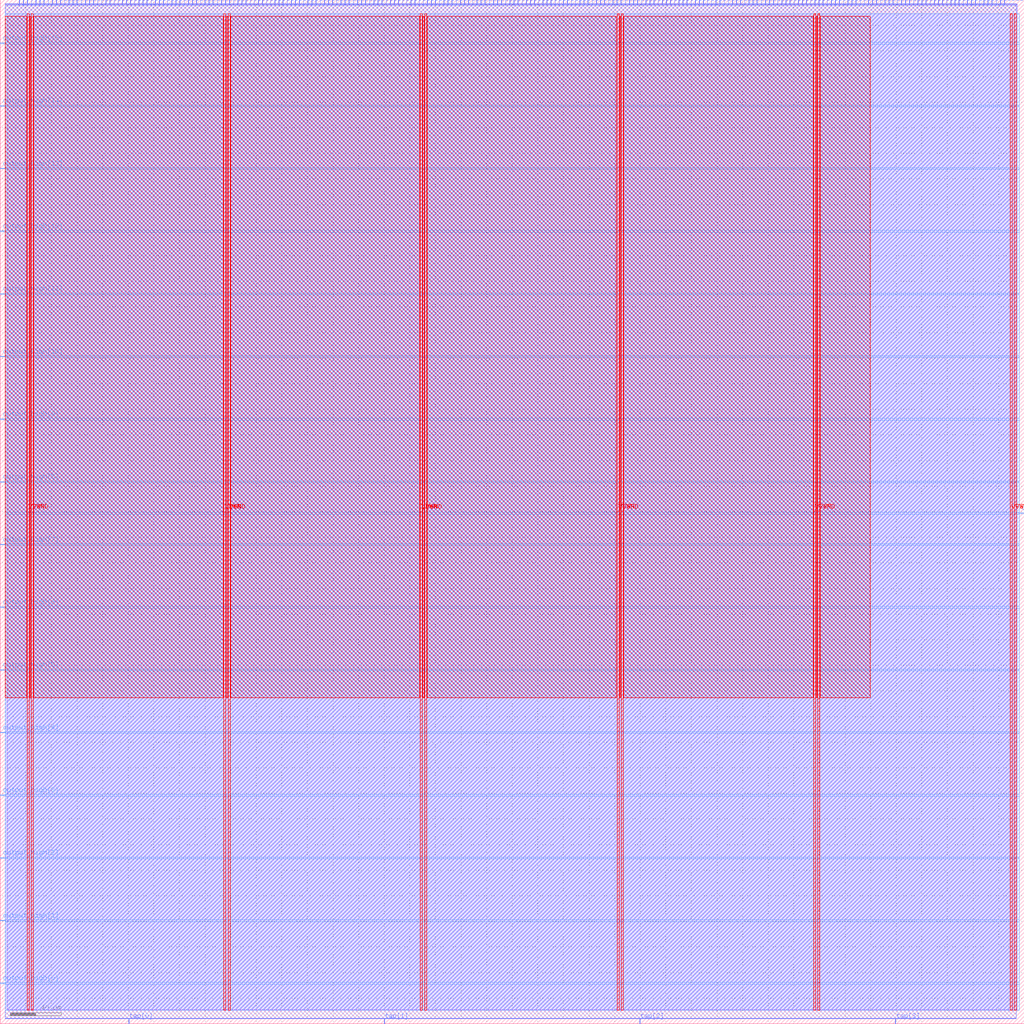
<source format=lef>
VERSION 5.7 ;
  NOWIREEXTENSIONATPIN ON ;
  DIVIDERCHAR "/" ;
  BUSBITCHARS "[]" ;
MACRO highpass
  CLASS BLOCK ;
  FOREIGN highpass ;
  ORIGIN 0.000 0.000 ;
  SIZE 800.000 BY 800.000 ;
  PIN VGND
    DIRECTION INOUT ;
    USE GROUND ;
    PORT
      LAYER met4 ;
        RECT 24.340 10.640 25.940 789.040 ;
    END
    PORT
      LAYER met4 ;
        RECT 177.940 10.640 179.540 789.040 ;
    END
    PORT
      LAYER met4 ;
        RECT 331.540 10.640 333.140 789.040 ;
    END
    PORT
      LAYER met4 ;
        RECT 485.140 10.640 486.740 789.040 ;
    END
    PORT
      LAYER met4 ;
        RECT 638.740 10.640 640.340 789.040 ;
    END
    PORT
      LAYER met4 ;
        RECT 792.340 10.640 793.940 789.040 ;
    END
  END VGND
  PIN VPWR
    DIRECTION INOUT ;
    USE POWER ;
    PORT
      LAYER met4 ;
        RECT 21.040 10.640 22.640 789.040 ;
    END
    PORT
      LAYER met4 ;
        RECT 174.640 10.640 176.240 789.040 ;
    END
    PORT
      LAYER met4 ;
        RECT 328.240 10.640 329.840 789.040 ;
    END
    PORT
      LAYER met4 ;
        RECT 481.840 10.640 483.440 789.040 ;
    END
    PORT
      LAYER met4 ;
        RECT 635.440 10.640 637.040 789.040 ;
    END
    PORT
      LAYER met4 ;
        RECT 789.040 10.640 790.640 789.040 ;
    END
  END VPWR
  PIN clk
    DIRECTION INPUT ;
    USE SIGNAL ;
    ANTENNAGATEAREA 0.852000 ;
    ANTENNADIFFAREA 0.434700 ;
    PORT
      LAYER met3 ;
        RECT 796.000 398.520 800.000 399.120 ;
    END
  END clk
  PIN input_data[0]
    DIRECTION INPUT ;
    USE SIGNAL ;
    ANTENNAGATEAREA 0.426000 ;
    ANTENNADIFFAREA 0.434700 ;
    PORT
      LAYER met2 ;
        RECT 14.810 796.000 15.090 800.000 ;
    END
  END input_data[0]
  PIN input_data[100]
    DIRECTION INPUT ;
    USE SIGNAL ;
    ANTENNAGATEAREA 0.213000 ;
    ANTENNADIFFAREA 0.434700 ;
    PORT
      LAYER met2 ;
        RECT 336.810 796.000 337.090 800.000 ;
    END
  END input_data[100]
  PIN input_data[101]
    DIRECTION INPUT ;
    USE SIGNAL ;
    ANTENNAGATEAREA 0.213000 ;
    ANTENNADIFFAREA 0.434700 ;
    PORT
      LAYER met2 ;
        RECT 340.030 796.000 340.310 800.000 ;
    END
  END input_data[101]
  PIN input_data[102]
    DIRECTION INPUT ;
    USE SIGNAL ;
    ANTENNAGATEAREA 0.196500 ;
    ANTENNADIFFAREA 0.434700 ;
    PORT
      LAYER met2 ;
        RECT 343.250 796.000 343.530 800.000 ;
    END
  END input_data[102]
  PIN input_data[103]
    DIRECTION INPUT ;
    USE SIGNAL ;
    ANTENNAGATEAREA 0.196500 ;
    ANTENNADIFFAREA 0.434700 ;
    PORT
      LAYER met2 ;
        RECT 346.470 796.000 346.750 800.000 ;
    END
  END input_data[103]
  PIN input_data[104]
    DIRECTION INPUT ;
    USE SIGNAL ;
    ANTENNAGATEAREA 0.196500 ;
    ANTENNADIFFAREA 0.434700 ;
    PORT
      LAYER met2 ;
        RECT 349.690 796.000 349.970 800.000 ;
    END
  END input_data[104]
  PIN input_data[105]
    DIRECTION INPUT ;
    USE SIGNAL ;
    ANTENNAGATEAREA 0.196500 ;
    ANTENNADIFFAREA 0.434700 ;
    PORT
      LAYER met2 ;
        RECT 352.910 796.000 353.190 800.000 ;
    END
  END input_data[105]
  PIN input_data[106]
    DIRECTION INPUT ;
    USE SIGNAL ;
    ANTENNAGATEAREA 0.196500 ;
    ANTENNADIFFAREA 0.434700 ;
    PORT
      LAYER met2 ;
        RECT 356.130 796.000 356.410 800.000 ;
    END
  END input_data[106]
  PIN input_data[107]
    DIRECTION INPUT ;
    USE SIGNAL ;
    ANTENNAGATEAREA 0.196500 ;
    ANTENNADIFFAREA 0.434700 ;
    PORT
      LAYER met2 ;
        RECT 359.350 796.000 359.630 800.000 ;
    END
  END input_data[107]
  PIN input_data[108]
    DIRECTION INPUT ;
    USE SIGNAL ;
    ANTENNAGATEAREA 0.213000 ;
    ANTENNADIFFAREA 0.434700 ;
    PORT
      LAYER met2 ;
        RECT 362.570 796.000 362.850 800.000 ;
    END
  END input_data[108]
  PIN input_data[109]
    DIRECTION INPUT ;
    USE SIGNAL ;
    ANTENNAGATEAREA 0.213000 ;
    ANTENNADIFFAREA 0.434700 ;
    PORT
      LAYER met2 ;
        RECT 365.790 796.000 366.070 800.000 ;
    END
  END input_data[109]
  PIN input_data[10]
    DIRECTION INPUT ;
    USE SIGNAL ;
    ANTENNAGATEAREA 0.495000 ;
    ANTENNADIFFAREA 0.434700 ;
    PORT
      LAYER met2 ;
        RECT 47.010 796.000 47.290 800.000 ;
    END
  END input_data[10]
  PIN input_data[110]
    DIRECTION INPUT ;
    USE SIGNAL ;
    ANTENNAGATEAREA 0.196500 ;
    ANTENNADIFFAREA 0.434700 ;
    PORT
      LAYER met2 ;
        RECT 369.010 796.000 369.290 800.000 ;
    END
  END input_data[110]
  PIN input_data[111]
    DIRECTION INPUT ;
    USE SIGNAL ;
    ANTENNAGATEAREA 0.196500 ;
    ANTENNADIFFAREA 0.434700 ;
    PORT
      LAYER met2 ;
        RECT 372.230 796.000 372.510 800.000 ;
    END
  END input_data[111]
  PIN input_data[112]
    DIRECTION INPUT ;
    USE SIGNAL ;
    ANTENNAGATEAREA 0.159000 ;
    ANTENNADIFFAREA 0.434700 ;
    PORT
      LAYER met2 ;
        RECT 375.450 796.000 375.730 800.000 ;
    END
  END input_data[112]
  PIN input_data[113]
    DIRECTION INPUT ;
    USE SIGNAL ;
    ANTENNAGATEAREA 0.213000 ;
    ANTENNADIFFAREA 0.434700 ;
    PORT
      LAYER met2 ;
        RECT 378.670 796.000 378.950 800.000 ;
    END
  END input_data[113]
  PIN input_data[114]
    DIRECTION INPUT ;
    USE SIGNAL ;
    ANTENNAGATEAREA 0.126000 ;
    ANTENNADIFFAREA 0.434700 ;
    PORT
      LAYER met2 ;
        RECT 381.890 796.000 382.170 800.000 ;
    END
  END input_data[114]
  PIN input_data[115]
    DIRECTION INPUT ;
    USE SIGNAL ;
    ANTENNAGATEAREA 0.159000 ;
    ANTENNADIFFAREA 0.434700 ;
    PORT
      LAYER met2 ;
        RECT 385.110 796.000 385.390 800.000 ;
    END
  END input_data[115]
  PIN input_data[116]
    DIRECTION INPUT ;
    USE SIGNAL ;
    ANTENNAGATEAREA 0.213000 ;
    ANTENNADIFFAREA 0.434700 ;
    PORT
      LAYER met2 ;
        RECT 388.330 796.000 388.610 800.000 ;
    END
  END input_data[116]
  PIN input_data[117]
    DIRECTION INPUT ;
    USE SIGNAL ;
    ANTENNAGATEAREA 0.196500 ;
    ANTENNADIFFAREA 0.434700 ;
    PORT
      LAYER met2 ;
        RECT 391.550 796.000 391.830 800.000 ;
    END
  END input_data[117]
  PIN input_data[118]
    DIRECTION INPUT ;
    USE SIGNAL ;
    ANTENNAGATEAREA 0.196500 ;
    ANTENNADIFFAREA 0.434700 ;
    PORT
      LAYER met2 ;
        RECT 394.770 796.000 395.050 800.000 ;
    END
  END input_data[118]
  PIN input_data[119]
    DIRECTION INPUT ;
    USE SIGNAL ;
    ANTENNAGATEAREA 0.126000 ;
    ANTENNADIFFAREA 0.434700 ;
    PORT
      LAYER met2 ;
        RECT 397.990 796.000 398.270 800.000 ;
    END
  END input_data[119]
  PIN input_data[11]
    DIRECTION INPUT ;
    USE SIGNAL ;
    ANTENNAGATEAREA 0.213000 ;
    ANTENNADIFFAREA 0.434700 ;
    PORT
      LAYER met2 ;
        RECT 50.230 796.000 50.510 800.000 ;
    END
  END input_data[11]
  PIN input_data[120]
    DIRECTION INPUT ;
    USE SIGNAL ;
    ANTENNAGATEAREA 0.126000 ;
    ANTENNADIFFAREA 0.434700 ;
    PORT
      LAYER met2 ;
        RECT 401.210 796.000 401.490 800.000 ;
    END
  END input_data[120]
  PIN input_data[121]
    DIRECTION INPUT ;
    USE SIGNAL ;
    ANTENNAGATEAREA 0.213000 ;
    ANTENNADIFFAREA 0.434700 ;
    PORT
      LAYER met2 ;
        RECT 404.430 796.000 404.710 800.000 ;
    END
  END input_data[121]
  PIN input_data[122]
    DIRECTION INPUT ;
    USE SIGNAL ;
    ANTENNAGATEAREA 0.213000 ;
    ANTENNADIFFAREA 0.434700 ;
    PORT
      LAYER met2 ;
        RECT 407.650 796.000 407.930 800.000 ;
    END
  END input_data[122]
  PIN input_data[123]
    DIRECTION INPUT ;
    USE SIGNAL ;
    ANTENNAGATEAREA 0.159000 ;
    ANTENNADIFFAREA 0.434700 ;
    PORT
      LAYER met2 ;
        RECT 410.870 796.000 411.150 800.000 ;
    END
  END input_data[123]
  PIN input_data[124]
    DIRECTION INPUT ;
    USE SIGNAL ;
    ANTENNAGATEAREA 0.159000 ;
    ANTENNADIFFAREA 0.434700 ;
    PORT
      LAYER met2 ;
        RECT 414.090 796.000 414.370 800.000 ;
    END
  END input_data[124]
  PIN input_data[125]
    DIRECTION INPUT ;
    USE SIGNAL ;
    ANTENNAGATEAREA 0.196500 ;
    ANTENNADIFFAREA 0.434700 ;
    PORT
      LAYER met2 ;
        RECT 417.310 796.000 417.590 800.000 ;
    END
  END input_data[125]
  PIN input_data[126]
    DIRECTION INPUT ;
    USE SIGNAL ;
    ANTENNAGATEAREA 0.196500 ;
    ANTENNADIFFAREA 0.434700 ;
    PORT
      LAYER met2 ;
        RECT 420.530 796.000 420.810 800.000 ;
    END
  END input_data[126]
  PIN input_data[127]
    DIRECTION INPUT ;
    USE SIGNAL ;
    PORT
      LAYER met2 ;
        RECT 423.750 796.000 424.030 800.000 ;
    END
  END input_data[127]
  PIN input_data[128]
    DIRECTION INPUT ;
    USE SIGNAL ;
    ANTENNAGATEAREA 0.426000 ;
    ANTENNADIFFAREA 0.434700 ;
    PORT
      LAYER met2 ;
        RECT 426.970 796.000 427.250 800.000 ;
    END
  END input_data[128]
  PIN input_data[129]
    DIRECTION INPUT ;
    USE SIGNAL ;
    ANTENNAGATEAREA 0.159000 ;
    ANTENNADIFFAREA 0.434700 ;
    PORT
      LAYER met2 ;
        RECT 430.190 796.000 430.470 800.000 ;
    END
  END input_data[129]
  PIN input_data[12]
    DIRECTION INPUT ;
    USE SIGNAL ;
    ANTENNAGATEAREA 0.990000 ;
    ANTENNADIFFAREA 0.434700 ;
    PORT
      LAYER met2 ;
        RECT 53.450 796.000 53.730 800.000 ;
    END
  END input_data[12]
  PIN input_data[130]
    DIRECTION INPUT ;
    USE SIGNAL ;
    ANTENNAGATEAREA 0.213000 ;
    ANTENNADIFFAREA 0.434700 ;
    PORT
      LAYER met2 ;
        RECT 433.410 796.000 433.690 800.000 ;
    END
  END input_data[130]
  PIN input_data[131]
    DIRECTION INPUT ;
    USE SIGNAL ;
    ANTENNAGATEAREA 0.213000 ;
    ANTENNADIFFAREA 0.434700 ;
    PORT
      LAYER met2 ;
        RECT 436.630 796.000 436.910 800.000 ;
    END
  END input_data[131]
  PIN input_data[132]
    DIRECTION INPUT ;
    USE SIGNAL ;
    ANTENNAGATEAREA 0.213000 ;
    ANTENNADIFFAREA 0.434700 ;
    PORT
      LAYER met2 ;
        RECT 439.850 796.000 440.130 800.000 ;
    END
  END input_data[132]
  PIN input_data[133]
    DIRECTION INPUT ;
    USE SIGNAL ;
    ANTENNAGATEAREA 0.247500 ;
    ANTENNADIFFAREA 0.434700 ;
    PORT
      LAYER met2 ;
        RECT 443.070 796.000 443.350 800.000 ;
    END
  END input_data[133]
  PIN input_data[134]
    DIRECTION INPUT ;
    USE SIGNAL ;
    ANTENNAGATEAREA 0.426000 ;
    ANTENNADIFFAREA 0.434700 ;
    PORT
      LAYER met2 ;
        RECT 446.290 796.000 446.570 800.000 ;
    END
  END input_data[134]
  PIN input_data[135]
    DIRECTION INPUT ;
    USE SIGNAL ;
    ANTENNAGATEAREA 0.426000 ;
    ANTENNADIFFAREA 0.434700 ;
    PORT
      LAYER met2 ;
        RECT 449.510 796.000 449.790 800.000 ;
    END
  END input_data[135]
  PIN input_data[136]
    DIRECTION INPUT ;
    USE SIGNAL ;
    ANTENNAGATEAREA 0.742500 ;
    ANTENNADIFFAREA 0.434700 ;
    PORT
      LAYER met2 ;
        RECT 452.730 796.000 453.010 800.000 ;
    END
  END input_data[136]
  PIN input_data[137]
    DIRECTION INPUT ;
    USE SIGNAL ;
    ANTENNAGATEAREA 0.742500 ;
    ANTENNADIFFAREA 0.434700 ;
    PORT
      LAYER met2 ;
        RECT 455.950 796.000 456.230 800.000 ;
    END
  END input_data[137]
  PIN input_data[138]
    DIRECTION INPUT ;
    USE SIGNAL ;
    ANTENNAGATEAREA 0.247500 ;
    ANTENNADIFFAREA 0.434700 ;
    PORT
      LAYER met2 ;
        RECT 459.170 796.000 459.450 800.000 ;
    END
  END input_data[138]
  PIN input_data[139]
    DIRECTION INPUT ;
    USE SIGNAL ;
    ANTENNAGATEAREA 0.495000 ;
    ANTENNADIFFAREA 0.434700 ;
    PORT
      LAYER met2 ;
        RECT 462.390 796.000 462.670 800.000 ;
    END
  END input_data[139]
  PIN input_data[13]
    DIRECTION INPUT ;
    USE SIGNAL ;
    ANTENNAGATEAREA 0.742500 ;
    ANTENNADIFFAREA 0.434700 ;
    PORT
      LAYER met2 ;
        RECT 56.670 796.000 56.950 800.000 ;
    END
  END input_data[13]
  PIN input_data[140]
    DIRECTION INPUT ;
    USE SIGNAL ;
    ANTENNAGATEAREA 0.426000 ;
    ANTENNADIFFAREA 0.434700 ;
    PORT
      LAYER met2 ;
        RECT 465.610 796.000 465.890 800.000 ;
    END
  END input_data[140]
  PIN input_data[141]
    DIRECTION INPUT ;
    USE SIGNAL ;
    ANTENNAGATEAREA 0.426000 ;
    ANTENNADIFFAREA 0.434700 ;
    PORT
      LAYER met2 ;
        RECT 468.830 796.000 469.110 800.000 ;
    END
  END input_data[141]
  PIN input_data[142]
    DIRECTION INPUT ;
    USE SIGNAL ;
    ANTENNAGATEAREA 0.213000 ;
    ANTENNADIFFAREA 0.434700 ;
    PORT
      LAYER met2 ;
        RECT 472.050 796.000 472.330 800.000 ;
    END
  END input_data[142]
  PIN input_data[143]
    DIRECTION INPUT ;
    USE SIGNAL ;
    ANTENNAGATEAREA 0.159000 ;
    ANTENNADIFFAREA 0.434700 ;
    PORT
      LAYER met2 ;
        RECT 475.270 796.000 475.550 800.000 ;
    END
  END input_data[143]
  PIN input_data[144]
    DIRECTION INPUT ;
    USE SIGNAL ;
    ANTENNAGATEAREA 0.213000 ;
    ANTENNADIFFAREA 0.434700 ;
    PORT
      LAYER met2 ;
        RECT 478.490 796.000 478.770 800.000 ;
    END
  END input_data[144]
  PIN input_data[145]
    DIRECTION INPUT ;
    USE SIGNAL ;
    ANTENNAGATEAREA 0.213000 ;
    ANTENNADIFFAREA 0.434700 ;
    PORT
      LAYER met2 ;
        RECT 481.710 796.000 481.990 800.000 ;
    END
  END input_data[145]
  PIN input_data[146]
    DIRECTION INPUT ;
    USE SIGNAL ;
    ANTENNAGATEAREA 0.159000 ;
    ANTENNADIFFAREA 0.434700 ;
    PORT
      LAYER met2 ;
        RECT 484.930 796.000 485.210 800.000 ;
    END
  END input_data[146]
  PIN input_data[147]
    DIRECTION INPUT ;
    USE SIGNAL ;
    ANTENNAGATEAREA 0.213000 ;
    ANTENNADIFFAREA 0.434700 ;
    PORT
      LAYER met2 ;
        RECT 488.150 796.000 488.430 800.000 ;
    END
  END input_data[147]
  PIN input_data[148]
    DIRECTION INPUT ;
    USE SIGNAL ;
    ANTENNAGATEAREA 0.159000 ;
    ANTENNADIFFAREA 0.434700 ;
    PORT
      LAYER met2 ;
        RECT 491.370 796.000 491.650 800.000 ;
    END
  END input_data[148]
  PIN input_data[149]
    DIRECTION INPUT ;
    USE SIGNAL ;
    ANTENNAGATEAREA 0.159000 ;
    ANTENNADIFFAREA 0.434700 ;
    PORT
      LAYER met2 ;
        RECT 494.590 796.000 494.870 800.000 ;
    END
  END input_data[149]
  PIN input_data[14]
    DIRECTION INPUT ;
    USE SIGNAL ;
    ANTENNAGATEAREA 0.213000 ;
    ANTENNADIFFAREA 0.434700 ;
    PORT
      LAYER met2 ;
        RECT 59.890 796.000 60.170 800.000 ;
    END
  END input_data[14]
  PIN input_data[150]
    DIRECTION INPUT ;
    USE SIGNAL ;
    ANTENNAGATEAREA 0.213000 ;
    ANTENNADIFFAREA 0.434700 ;
    PORT
      LAYER met2 ;
        RECT 497.810 796.000 498.090 800.000 ;
    END
  END input_data[150]
  PIN input_data[151]
    DIRECTION INPUT ;
    USE SIGNAL ;
    ANTENNAGATEAREA 0.213000 ;
    ANTENNADIFFAREA 0.434700 ;
    PORT
      LAYER met2 ;
        RECT 501.030 796.000 501.310 800.000 ;
    END
  END input_data[151]
  PIN input_data[152]
    DIRECTION INPUT ;
    USE SIGNAL ;
    ANTENNAGATEAREA 0.159000 ;
    ANTENNADIFFAREA 0.434700 ;
    PORT
      LAYER met2 ;
        RECT 504.250 796.000 504.530 800.000 ;
    END
  END input_data[152]
  PIN input_data[153]
    DIRECTION INPUT ;
    USE SIGNAL ;
    ANTENNAGATEAREA 0.159000 ;
    ANTENNADIFFAREA 0.434700 ;
    PORT
      LAYER met2 ;
        RECT 507.470 796.000 507.750 800.000 ;
    END
  END input_data[153]
  PIN input_data[154]
    DIRECTION INPUT ;
    USE SIGNAL ;
    ANTENNAGATEAREA 0.159000 ;
    ANTENNADIFFAREA 0.434700 ;
    PORT
      LAYER met2 ;
        RECT 510.690 796.000 510.970 800.000 ;
    END
  END input_data[154]
  PIN input_data[155]
    DIRECTION INPUT ;
    USE SIGNAL ;
    ANTENNAGATEAREA 0.213000 ;
    ANTENNADIFFAREA 0.434700 ;
    PORT
      LAYER met2 ;
        RECT 513.910 796.000 514.190 800.000 ;
    END
  END input_data[155]
  PIN input_data[156]
    DIRECTION INPUT ;
    USE SIGNAL ;
    ANTENNAGATEAREA 0.213000 ;
    ANTENNADIFFAREA 0.434700 ;
    PORT
      LAYER met2 ;
        RECT 517.130 796.000 517.410 800.000 ;
    END
  END input_data[156]
  PIN input_data[157]
    DIRECTION INPUT ;
    USE SIGNAL ;
    ANTENNAGATEAREA 0.159000 ;
    ANTENNADIFFAREA 0.434700 ;
    PORT
      LAYER met2 ;
        RECT 520.350 796.000 520.630 800.000 ;
    END
  END input_data[157]
  PIN input_data[158]
    DIRECTION INPUT ;
    USE SIGNAL ;
    ANTENNAGATEAREA 0.196500 ;
    ANTENNADIFFAREA 0.434700 ;
    PORT
      LAYER met2 ;
        RECT 523.570 796.000 523.850 800.000 ;
    END
  END input_data[158]
  PIN input_data[159]
    DIRECTION INPUT ;
    USE SIGNAL ;
    ANTENNAGATEAREA 0.196500 ;
    ANTENNADIFFAREA 0.434700 ;
    PORT
      LAYER met2 ;
        RECT 526.790 796.000 527.070 800.000 ;
    END
  END input_data[159]
  PIN input_data[15]
    DIRECTION INPUT ;
    USE SIGNAL ;
    ANTENNAGATEAREA 0.213000 ;
    ANTENNADIFFAREA 0.434700 ;
    PORT
      LAYER met2 ;
        RECT 63.110 796.000 63.390 800.000 ;
    END
  END input_data[15]
  PIN input_data[160]
    DIRECTION INPUT ;
    USE SIGNAL ;
    ANTENNAGATEAREA 0.495000 ;
    ANTENNADIFFAREA 0.434700 ;
    PORT
      LAYER met2 ;
        RECT 530.010 796.000 530.290 800.000 ;
    END
  END input_data[160]
  PIN input_data[161]
    DIRECTION INPUT ;
    USE SIGNAL ;
    ANTENNAGATEAREA 0.426000 ;
    ANTENNADIFFAREA 0.434700 ;
    PORT
      LAYER met2 ;
        RECT 533.230 796.000 533.510 800.000 ;
    END
  END input_data[161]
  PIN input_data[162]
    DIRECTION INPUT ;
    USE SIGNAL ;
    ANTENNAGATEAREA 0.426000 ;
    ANTENNADIFFAREA 0.434700 ;
    PORT
      LAYER met2 ;
        RECT 536.450 796.000 536.730 800.000 ;
    END
  END input_data[162]
  PIN input_data[163]
    DIRECTION INPUT ;
    USE SIGNAL ;
    ANTENNAGATEAREA 0.426000 ;
    ANTENNADIFFAREA 0.434700 ;
    PORT
      LAYER met2 ;
        RECT 539.670 796.000 539.950 800.000 ;
    END
  END input_data[163]
  PIN input_data[164]
    DIRECTION INPUT ;
    USE SIGNAL ;
    ANTENNAGATEAREA 0.213000 ;
    ANTENNADIFFAREA 0.434700 ;
    PORT
      LAYER met2 ;
        RECT 542.890 796.000 543.170 800.000 ;
    END
  END input_data[164]
  PIN input_data[165]
    DIRECTION INPUT ;
    USE SIGNAL ;
    ANTENNAGATEAREA 0.159000 ;
    ANTENNADIFFAREA 0.434700 ;
    PORT
      LAYER met2 ;
        RECT 546.110 796.000 546.390 800.000 ;
    END
  END input_data[165]
  PIN input_data[166]
    DIRECTION INPUT ;
    USE SIGNAL ;
    ANTENNAGATEAREA 0.213000 ;
    ANTENNADIFFAREA 0.434700 ;
    PORT
      LAYER met2 ;
        RECT 549.330 796.000 549.610 800.000 ;
    END
  END input_data[166]
  PIN input_data[167]
    DIRECTION INPUT ;
    USE SIGNAL ;
    ANTENNAGATEAREA 0.159000 ;
    ANTENNADIFFAREA 0.434700 ;
    PORT
      LAYER met2 ;
        RECT 552.550 796.000 552.830 800.000 ;
    END
  END input_data[167]
  PIN input_data[168]
    DIRECTION INPUT ;
    USE SIGNAL ;
    ANTENNAGATEAREA 0.213000 ;
    ANTENNADIFFAREA 0.434700 ;
    PORT
      LAYER met2 ;
        RECT 555.770 796.000 556.050 800.000 ;
    END
  END input_data[168]
  PIN input_data[169]
    DIRECTION INPUT ;
    USE SIGNAL ;
    ANTENNAGATEAREA 0.213000 ;
    ANTENNADIFFAREA 0.434700 ;
    PORT
      LAYER met2 ;
        RECT 558.990 796.000 559.270 800.000 ;
    END
  END input_data[169]
  PIN input_data[16]
    DIRECTION INPUT ;
    USE SIGNAL ;
    ANTENNAGATEAREA 0.426000 ;
    ANTENNADIFFAREA 0.434700 ;
    PORT
      LAYER met2 ;
        RECT 66.330 796.000 66.610 800.000 ;
    END
  END input_data[16]
  PIN input_data[170]
    DIRECTION INPUT ;
    USE SIGNAL ;
    ANTENNAGATEAREA 0.213000 ;
    ANTENNADIFFAREA 0.434700 ;
    PORT
      LAYER met2 ;
        RECT 562.210 796.000 562.490 800.000 ;
    END
  END input_data[170]
  PIN input_data[171]
    DIRECTION INPUT ;
    USE SIGNAL ;
    ANTENNAGATEAREA 0.247500 ;
    ANTENNADIFFAREA 0.434700 ;
    PORT
      LAYER met2 ;
        RECT 565.430 796.000 565.710 800.000 ;
    END
  END input_data[171]
  PIN input_data[172]
    DIRECTION INPUT ;
    USE SIGNAL ;
    ANTENNAGATEAREA 0.159000 ;
    ANTENNADIFFAREA 0.434700 ;
    PORT
      LAYER met2 ;
        RECT 568.650 796.000 568.930 800.000 ;
    END
  END input_data[172]
  PIN input_data[173]
    DIRECTION INPUT ;
    USE SIGNAL ;
    ANTENNAGATEAREA 0.247500 ;
    ANTENNADIFFAREA 0.434700 ;
    PORT
      LAYER met2 ;
        RECT 571.870 796.000 572.150 800.000 ;
    END
  END input_data[173]
  PIN input_data[174]
    DIRECTION INPUT ;
    USE SIGNAL ;
    ANTENNAGATEAREA 0.196500 ;
    ANTENNADIFFAREA 0.434700 ;
    PORT
      LAYER met2 ;
        RECT 575.090 796.000 575.370 800.000 ;
    END
  END input_data[174]
  PIN input_data[175]
    DIRECTION INPUT ;
    USE SIGNAL ;
    ANTENNAGATEAREA 0.196500 ;
    ANTENNADIFFAREA 0.434700 ;
    PORT
      LAYER met2 ;
        RECT 578.310 796.000 578.590 800.000 ;
    END
  END input_data[175]
  PIN input_data[176]
    DIRECTION INPUT ;
    USE SIGNAL ;
    ANTENNAGATEAREA 0.159000 ;
    ANTENNADIFFAREA 0.434700 ;
    PORT
      LAYER met2 ;
        RECT 581.530 796.000 581.810 800.000 ;
    END
  END input_data[176]
  PIN input_data[177]
    DIRECTION INPUT ;
    USE SIGNAL ;
    ANTENNAGATEAREA 0.247500 ;
    ANTENNADIFFAREA 0.434700 ;
    PORT
      LAYER met2 ;
        RECT 584.750 796.000 585.030 800.000 ;
    END
  END input_data[177]
  PIN input_data[178]
    DIRECTION INPUT ;
    USE SIGNAL ;
    ANTENNAGATEAREA 0.247500 ;
    ANTENNADIFFAREA 0.434700 ;
    PORT
      LAYER met2 ;
        RECT 587.970 796.000 588.250 800.000 ;
    END
  END input_data[178]
  PIN input_data[179]
    DIRECTION INPUT ;
    USE SIGNAL ;
    ANTENNAGATEAREA 0.247500 ;
    ANTENNADIFFAREA 0.434700 ;
    PORT
      LAYER met2 ;
        RECT 591.190 796.000 591.470 800.000 ;
    END
  END input_data[179]
  PIN input_data[17]
    DIRECTION INPUT ;
    USE SIGNAL ;
    ANTENNAGATEAREA 0.247500 ;
    ANTENNADIFFAREA 0.434700 ;
    PORT
      LAYER met2 ;
        RECT 69.550 796.000 69.830 800.000 ;
    END
  END input_data[17]
  PIN input_data[180]
    DIRECTION INPUT ;
    USE SIGNAL ;
    ANTENNAGATEAREA 0.213000 ;
    ANTENNADIFFAREA 0.434700 ;
    PORT
      LAYER met2 ;
        RECT 594.410 796.000 594.690 800.000 ;
    END
  END input_data[180]
  PIN input_data[181]
    DIRECTION INPUT ;
    USE SIGNAL ;
    ANTENNAGATEAREA 0.213000 ;
    ANTENNADIFFAREA 0.434700 ;
    PORT
      LAYER met2 ;
        RECT 597.630 796.000 597.910 800.000 ;
    END
  END input_data[181]
  PIN input_data[182]
    DIRECTION INPUT ;
    USE SIGNAL ;
    ANTENNAGATEAREA 0.213000 ;
    ANTENNADIFFAREA 0.434700 ;
    PORT
      LAYER met2 ;
        RECT 600.850 796.000 601.130 800.000 ;
    END
  END input_data[182]
  PIN input_data[183]
    DIRECTION INPUT ;
    USE SIGNAL ;
    ANTENNAGATEAREA 0.213000 ;
    ANTENNADIFFAREA 0.434700 ;
    PORT
      LAYER met2 ;
        RECT 604.070 796.000 604.350 800.000 ;
    END
  END input_data[183]
  PIN input_data[184]
    DIRECTION INPUT ;
    USE SIGNAL ;
    ANTENNAGATEAREA 0.159000 ;
    ANTENNADIFFAREA 0.434700 ;
    PORT
      LAYER met2 ;
        RECT 607.290 796.000 607.570 800.000 ;
    END
  END input_data[184]
  PIN input_data[185]
    DIRECTION INPUT ;
    USE SIGNAL ;
    ANTENNAGATEAREA 0.213000 ;
    ANTENNADIFFAREA 0.434700 ;
    PORT
      LAYER met2 ;
        RECT 610.510 796.000 610.790 800.000 ;
    END
  END input_data[185]
  PIN input_data[186]
    DIRECTION INPUT ;
    USE SIGNAL ;
    ANTENNAGATEAREA 0.247500 ;
    ANTENNADIFFAREA 0.434700 ;
    PORT
      LAYER met2 ;
        RECT 613.730 796.000 614.010 800.000 ;
    END
  END input_data[186]
  PIN input_data[187]
    DIRECTION INPUT ;
    USE SIGNAL ;
    ANTENNAGATEAREA 0.159000 ;
    ANTENNADIFFAREA 0.434700 ;
    PORT
      LAYER met2 ;
        RECT 616.950 796.000 617.230 800.000 ;
    END
  END input_data[187]
  PIN input_data[188]
    DIRECTION INPUT ;
    USE SIGNAL ;
    ANTENNAGATEAREA 0.213000 ;
    ANTENNADIFFAREA 0.434700 ;
    PORT
      LAYER met2 ;
        RECT 620.170 796.000 620.450 800.000 ;
    END
  END input_data[188]
  PIN input_data[189]
    DIRECTION INPUT ;
    USE SIGNAL ;
    ANTENNAGATEAREA 0.196500 ;
    ANTENNADIFFAREA 0.434700 ;
    PORT
      LAYER met2 ;
        RECT 623.390 796.000 623.670 800.000 ;
    END
  END input_data[189]
  PIN input_data[18]
    DIRECTION INPUT ;
    USE SIGNAL ;
    ANTENNAGATEAREA 0.426000 ;
    ANTENNADIFFAREA 0.434700 ;
    PORT
      LAYER met2 ;
        RECT 72.770 796.000 73.050 800.000 ;
    END
  END input_data[18]
  PIN input_data[190]
    DIRECTION INPUT ;
    USE SIGNAL ;
    ANTENNAGATEAREA 0.196500 ;
    ANTENNADIFFAREA 0.434700 ;
    PORT
      LAYER met2 ;
        RECT 626.610 796.000 626.890 800.000 ;
    END
  END input_data[190]
  PIN input_data[191]
    DIRECTION INPUT ;
    USE SIGNAL ;
    PORT
      LAYER met2 ;
        RECT 629.830 796.000 630.110 800.000 ;
    END
  END input_data[191]
  PIN input_data[192]
    DIRECTION INPUT ;
    USE SIGNAL ;
    ANTENNAGATEAREA 0.213000 ;
    ANTENNADIFFAREA 0.434700 ;
    PORT
      LAYER met2 ;
        RECT 633.050 796.000 633.330 800.000 ;
    END
  END input_data[192]
  PIN input_data[193]
    DIRECTION INPUT ;
    USE SIGNAL ;
    ANTENNAGATEAREA 0.159000 ;
    ANTENNADIFFAREA 0.434700 ;
    PORT
      LAYER met2 ;
        RECT 636.270 796.000 636.550 800.000 ;
    END
  END input_data[193]
  PIN input_data[194]
    DIRECTION INPUT ;
    USE SIGNAL ;
    ANTENNAGATEAREA 0.213000 ;
    ANTENNADIFFAREA 0.434700 ;
    PORT
      LAYER met2 ;
        RECT 639.490 796.000 639.770 800.000 ;
    END
  END input_data[194]
  PIN input_data[195]
    DIRECTION INPUT ;
    USE SIGNAL ;
    ANTENNAGATEAREA 0.213000 ;
    ANTENNADIFFAREA 0.434700 ;
    PORT
      LAYER met2 ;
        RECT 642.710 796.000 642.990 800.000 ;
    END
  END input_data[195]
  PIN input_data[196]
    DIRECTION INPUT ;
    USE SIGNAL ;
    ANTENNAGATEAREA 0.213000 ;
    ANTENNADIFFAREA 0.434700 ;
    PORT
      LAYER met2 ;
        RECT 645.930 796.000 646.210 800.000 ;
    END
  END input_data[196]
  PIN input_data[197]
    DIRECTION INPUT ;
    USE SIGNAL ;
    ANTENNAGATEAREA 0.213000 ;
    ANTENNADIFFAREA 0.434700 ;
    PORT
      LAYER met2 ;
        RECT 649.150 796.000 649.430 800.000 ;
    END
  END input_data[197]
  PIN input_data[198]
    DIRECTION INPUT ;
    USE SIGNAL ;
    ANTENNAGATEAREA 0.213000 ;
    ANTENNADIFFAREA 0.434700 ;
    PORT
      LAYER met2 ;
        RECT 652.370 796.000 652.650 800.000 ;
    END
  END input_data[198]
  PIN input_data[199]
    DIRECTION INPUT ;
    USE SIGNAL ;
    ANTENNAGATEAREA 0.126000 ;
    ANTENNADIFFAREA 0.434700 ;
    PORT
      LAYER met2 ;
        RECT 655.590 796.000 655.870 800.000 ;
    END
  END input_data[199]
  PIN input_data[19]
    DIRECTION INPUT ;
    USE SIGNAL ;
    ANTENNAGATEAREA 0.213000 ;
    ANTENNADIFFAREA 0.434700 ;
    PORT
      LAYER met2 ;
        RECT 75.990 796.000 76.270 800.000 ;
    END
  END input_data[19]
  PIN input_data[1]
    DIRECTION INPUT ;
    USE SIGNAL ;
    ANTENNAGATEAREA 0.213000 ;
    ANTENNADIFFAREA 0.434700 ;
    PORT
      LAYER met2 ;
        RECT 18.030 796.000 18.310 800.000 ;
    END
  END input_data[1]
  PIN input_data[200]
    DIRECTION INPUT ;
    USE SIGNAL ;
    ANTENNAGATEAREA 0.213000 ;
    ANTENNADIFFAREA 0.434700 ;
    PORT
      LAYER met2 ;
        RECT 658.810 796.000 659.090 800.000 ;
    END
  END input_data[200]
  PIN input_data[201]
    DIRECTION INPUT ;
    USE SIGNAL ;
    ANTENNAGATEAREA 0.213000 ;
    ANTENNADIFFAREA 0.434700 ;
    PORT
      LAYER met2 ;
        RECT 662.030 796.000 662.310 800.000 ;
    END
  END input_data[201]
  PIN input_data[202]
    DIRECTION INPUT ;
    USE SIGNAL ;
    ANTENNAGATEAREA 0.213000 ;
    ANTENNADIFFAREA 0.434700 ;
    PORT
      LAYER met2 ;
        RECT 665.250 796.000 665.530 800.000 ;
    END
  END input_data[202]
  PIN input_data[203]
    DIRECTION INPUT ;
    USE SIGNAL ;
    ANTENNAGATEAREA 0.126000 ;
    ANTENNADIFFAREA 0.434700 ;
    PORT
      LAYER met2 ;
        RECT 668.470 796.000 668.750 800.000 ;
    END
  END input_data[203]
  PIN input_data[204]
    DIRECTION INPUT ;
    USE SIGNAL ;
    ANTENNAGATEAREA 0.196500 ;
    ANTENNADIFFAREA 0.434700 ;
    PORT
      LAYER met2 ;
        RECT 671.690 796.000 671.970 800.000 ;
    END
  END input_data[204]
  PIN input_data[205]
    DIRECTION INPUT ;
    USE SIGNAL ;
    ANTENNAGATEAREA 0.196500 ;
    ANTENNADIFFAREA 0.434700 ;
    PORT
      LAYER met2 ;
        RECT 674.910 796.000 675.190 800.000 ;
    END
  END input_data[205]
  PIN input_data[206]
    DIRECTION INPUT ;
    USE SIGNAL ;
    ANTENNAGATEAREA 0.196500 ;
    ANTENNADIFFAREA 0.434700 ;
    PORT
      LAYER met2 ;
        RECT 678.130 796.000 678.410 800.000 ;
    END
  END input_data[206]
  PIN input_data[207]
    DIRECTION INPUT ;
    USE SIGNAL ;
    PORT
      LAYER met2 ;
        RECT 681.350 796.000 681.630 800.000 ;
    END
  END input_data[207]
  PIN input_data[208]
    DIRECTION INPUT ;
    USE SIGNAL ;
    PORT
      LAYER met2 ;
        RECT 684.570 796.000 684.850 800.000 ;
    END
  END input_data[208]
  PIN input_data[209]
    DIRECTION INPUT ;
    USE SIGNAL ;
    PORT
      LAYER met2 ;
        RECT 687.790 796.000 688.070 800.000 ;
    END
  END input_data[209]
  PIN input_data[20]
    DIRECTION INPUT ;
    USE SIGNAL ;
    ANTENNAGATEAREA 0.196500 ;
    ANTENNADIFFAREA 0.434700 ;
    PORT
      LAYER met2 ;
        RECT 79.210 796.000 79.490 800.000 ;
    END
  END input_data[20]
  PIN input_data[210]
    DIRECTION INPUT ;
    USE SIGNAL ;
    PORT
      LAYER met2 ;
        RECT 691.010 796.000 691.290 800.000 ;
    END
  END input_data[210]
  PIN input_data[211]
    DIRECTION INPUT ;
    USE SIGNAL ;
    PORT
      LAYER met2 ;
        RECT 694.230 796.000 694.510 800.000 ;
    END
  END input_data[211]
  PIN input_data[212]
    DIRECTION INPUT ;
    USE SIGNAL ;
    PORT
      LAYER met2 ;
        RECT 697.450 796.000 697.730 800.000 ;
    END
  END input_data[212]
  PIN input_data[213]
    DIRECTION INPUT ;
    USE SIGNAL ;
    PORT
      LAYER met2 ;
        RECT 700.670 796.000 700.950 800.000 ;
    END
  END input_data[213]
  PIN input_data[214]
    DIRECTION INPUT ;
    USE SIGNAL ;
    PORT
      LAYER met2 ;
        RECT 703.890 796.000 704.170 800.000 ;
    END
  END input_data[214]
  PIN input_data[215]
    DIRECTION INPUT ;
    USE SIGNAL ;
    PORT
      LAYER met2 ;
        RECT 707.110 796.000 707.390 800.000 ;
    END
  END input_data[215]
  PIN input_data[216]
    DIRECTION INPUT ;
    USE SIGNAL ;
    PORT
      LAYER met2 ;
        RECT 710.330 796.000 710.610 800.000 ;
    END
  END input_data[216]
  PIN input_data[217]
    DIRECTION INPUT ;
    USE SIGNAL ;
    PORT
      LAYER met2 ;
        RECT 713.550 796.000 713.830 800.000 ;
    END
  END input_data[217]
  PIN input_data[218]
    DIRECTION INPUT ;
    USE SIGNAL ;
    PORT
      LAYER met2 ;
        RECT 716.770 796.000 717.050 800.000 ;
    END
  END input_data[218]
  PIN input_data[219]
    DIRECTION INPUT ;
    USE SIGNAL ;
    PORT
      LAYER met2 ;
        RECT 719.990 796.000 720.270 800.000 ;
    END
  END input_data[219]
  PIN input_data[21]
    DIRECTION INPUT ;
    USE SIGNAL ;
    ANTENNAGATEAREA 0.196500 ;
    ANTENNADIFFAREA 0.434700 ;
    PORT
      LAYER met2 ;
        RECT 82.430 796.000 82.710 800.000 ;
    END
  END input_data[21]
  PIN input_data[220]
    DIRECTION INPUT ;
    USE SIGNAL ;
    PORT
      LAYER met2 ;
        RECT 723.210 796.000 723.490 800.000 ;
    END
  END input_data[220]
  PIN input_data[221]
    DIRECTION INPUT ;
    USE SIGNAL ;
    PORT
      LAYER met2 ;
        RECT 726.430 796.000 726.710 800.000 ;
    END
  END input_data[221]
  PIN input_data[222]
    DIRECTION INPUT ;
    USE SIGNAL ;
    PORT
      LAYER met2 ;
        RECT 729.650 796.000 729.930 800.000 ;
    END
  END input_data[222]
  PIN input_data[223]
    DIRECTION INPUT ;
    USE SIGNAL ;
    PORT
      LAYER met2 ;
        RECT 732.870 796.000 733.150 800.000 ;
    END
  END input_data[223]
  PIN input_data[224]
    DIRECTION INPUT ;
    USE SIGNAL ;
    ANTENNAGATEAREA 0.247500 ;
    ANTENNADIFFAREA 0.434700 ;
    PORT
      LAYER met2 ;
        RECT 736.090 796.000 736.370 800.000 ;
    END
  END input_data[224]
  PIN input_data[225]
    DIRECTION INPUT ;
    USE SIGNAL ;
    ANTENNAGATEAREA 0.247500 ;
    ANTENNADIFFAREA 0.434700 ;
    PORT
      LAYER met2 ;
        RECT 739.310 796.000 739.590 800.000 ;
    END
  END input_data[225]
  PIN input_data[226]
    DIRECTION INPUT ;
    USE SIGNAL ;
    ANTENNAGATEAREA 0.247500 ;
    ANTENNADIFFAREA 0.434700 ;
    PORT
      LAYER met2 ;
        RECT 742.530 796.000 742.810 800.000 ;
    END
  END input_data[226]
  PIN input_data[227]
    DIRECTION INPUT ;
    USE SIGNAL ;
    ANTENNAGATEAREA 0.247500 ;
    ANTENNADIFFAREA 0.434700 ;
    PORT
      LAYER met2 ;
        RECT 745.750 796.000 746.030 800.000 ;
    END
  END input_data[227]
  PIN input_data[228]
    DIRECTION INPUT ;
    USE SIGNAL ;
    ANTENNAGATEAREA 0.159000 ;
    ANTENNADIFFAREA 0.434700 ;
    PORT
      LAYER met2 ;
        RECT 748.970 796.000 749.250 800.000 ;
    END
  END input_data[228]
  PIN input_data[229]
    DIRECTION INPUT ;
    USE SIGNAL ;
    ANTENNAGATEAREA 0.213000 ;
    ANTENNADIFFAREA 0.434700 ;
    PORT
      LAYER met2 ;
        RECT 752.190 796.000 752.470 800.000 ;
    END
  END input_data[229]
  PIN input_data[22]
    DIRECTION INPUT ;
    USE SIGNAL ;
    ANTENNAGATEAREA 0.426000 ;
    ANTENNADIFFAREA 0.434700 ;
    PORT
      LAYER met2 ;
        RECT 85.650 796.000 85.930 800.000 ;
    END
  END input_data[22]
  PIN input_data[230]
    DIRECTION INPUT ;
    USE SIGNAL ;
    ANTENNAGATEAREA 0.213000 ;
    ANTENNADIFFAREA 0.434700 ;
    PORT
      LAYER met2 ;
        RECT 755.410 796.000 755.690 800.000 ;
    END
  END input_data[230]
  PIN input_data[231]
    DIRECTION INPUT ;
    USE SIGNAL ;
    ANTENNAGATEAREA 0.213000 ;
    ANTENNADIFFAREA 0.434700 ;
    PORT
      LAYER met2 ;
        RECT 758.630 796.000 758.910 800.000 ;
    END
  END input_data[231]
  PIN input_data[232]
    DIRECTION INPUT ;
    USE SIGNAL ;
    ANTENNAGATEAREA 0.126000 ;
    ANTENNADIFFAREA 0.434700 ;
    PORT
      LAYER met2 ;
        RECT 761.850 796.000 762.130 800.000 ;
    END
  END input_data[232]
  PIN input_data[233]
    DIRECTION INPUT ;
    USE SIGNAL ;
    ANTENNAGATEAREA 0.213000 ;
    ANTENNADIFFAREA 0.434700 ;
    PORT
      LAYER met2 ;
        RECT 765.070 796.000 765.350 800.000 ;
    END
  END input_data[233]
  PIN input_data[234]
    DIRECTION INPUT ;
    USE SIGNAL ;
    ANTENNAGATEAREA 0.126000 ;
    ANTENNADIFFAREA 0.434700 ;
    PORT
      LAYER met2 ;
        RECT 768.290 796.000 768.570 800.000 ;
    END
  END input_data[234]
  PIN input_data[235]
    DIRECTION INPUT ;
    USE SIGNAL ;
    ANTENNAGATEAREA 0.196500 ;
    ANTENNADIFFAREA 0.434700 ;
    PORT
      LAYER met2 ;
        RECT 771.510 796.000 771.790 800.000 ;
    END
  END input_data[235]
  PIN input_data[236]
    DIRECTION INPUT ;
    USE SIGNAL ;
    ANTENNAGATEAREA 0.196500 ;
    ANTENNADIFFAREA 0.434700 ;
    PORT
      LAYER met2 ;
        RECT 774.730 796.000 775.010 800.000 ;
    END
  END input_data[236]
  PIN input_data[237]
    DIRECTION INPUT ;
    USE SIGNAL ;
    ANTENNAGATEAREA 0.196500 ;
    ANTENNADIFFAREA 0.434700 ;
    PORT
      LAYER met2 ;
        RECT 777.950 796.000 778.230 800.000 ;
    END
  END input_data[237]
  PIN input_data[238]
    DIRECTION INPUT ;
    USE SIGNAL ;
    PORT
      LAYER met2 ;
        RECT 781.170 796.000 781.450 800.000 ;
    END
  END input_data[238]
  PIN input_data[239]
    DIRECTION INPUT ;
    USE SIGNAL ;
    PORT
      LAYER met2 ;
        RECT 784.390 796.000 784.670 800.000 ;
    END
  END input_data[239]
  PIN input_data[23]
    DIRECTION INPUT ;
    USE SIGNAL ;
    ANTENNAGATEAREA 0.426000 ;
    ANTENNADIFFAREA 0.434700 ;
    PORT
      LAYER met2 ;
        RECT 88.870 796.000 89.150 800.000 ;
    END
  END input_data[23]
  PIN input_data[24]
    DIRECTION INPUT ;
    USE SIGNAL ;
    ANTENNAGATEAREA 0.213000 ;
    ANTENNADIFFAREA 0.434700 ;
    PORT
      LAYER met2 ;
        RECT 92.090 796.000 92.370 800.000 ;
    END
  END input_data[24]
  PIN input_data[25]
    DIRECTION INPUT ;
    USE SIGNAL ;
    ANTENNAGATEAREA 0.159000 ;
    ANTENNADIFFAREA 0.434700 ;
    PORT
      LAYER met2 ;
        RECT 95.310 796.000 95.590 800.000 ;
    END
  END input_data[25]
  PIN input_data[26]
    DIRECTION INPUT ;
    USE SIGNAL ;
    ANTENNAGATEAREA 0.196500 ;
    ANTENNADIFFAREA 0.434700 ;
    PORT
      LAYER met2 ;
        RECT 98.530 796.000 98.810 800.000 ;
    END
  END input_data[26]
  PIN input_data[27]
    DIRECTION INPUT ;
    USE SIGNAL ;
    ANTENNAGATEAREA 0.196500 ;
    ANTENNADIFFAREA 0.434700 ;
    PORT
      LAYER met2 ;
        RECT 101.750 796.000 102.030 800.000 ;
    END
  END input_data[27]
  PIN input_data[28]
    DIRECTION INPUT ;
    USE SIGNAL ;
    ANTENNAGATEAREA 0.196500 ;
    ANTENNADIFFAREA 0.434700 ;
    PORT
      LAYER met2 ;
        RECT 104.970 796.000 105.250 800.000 ;
    END
  END input_data[28]
  PIN input_data[29]
    DIRECTION INPUT ;
    USE SIGNAL ;
    ANTENNAGATEAREA 0.196500 ;
    ANTENNADIFFAREA 0.434700 ;
    PORT
      LAYER met2 ;
        RECT 108.190 796.000 108.470 800.000 ;
    END
  END input_data[29]
  PIN input_data[2]
    DIRECTION INPUT ;
    USE SIGNAL ;
    ANTENNAGATEAREA 0.247500 ;
    ANTENNADIFFAREA 0.434700 ;
    PORT
      LAYER met2 ;
        RECT 21.250 796.000 21.530 800.000 ;
    END
  END input_data[2]
  PIN input_data[30]
    DIRECTION INPUT ;
    USE SIGNAL ;
    ANTENNAGATEAREA 0.247500 ;
    ANTENNADIFFAREA 0.434700 ;
    PORT
      LAYER met2 ;
        RECT 111.410 796.000 111.690 800.000 ;
    END
  END input_data[30]
  PIN input_data[31]
    DIRECTION INPUT ;
    USE SIGNAL ;
    ANTENNAGATEAREA 0.196500 ;
    ANTENNADIFFAREA 0.434700 ;
    PORT
      LAYER met2 ;
        RECT 114.630 796.000 114.910 800.000 ;
    END
  END input_data[31]
  PIN input_data[32]
    DIRECTION INPUT ;
    USE SIGNAL ;
    ANTENNAGATEAREA 0.159000 ;
    ANTENNADIFFAREA 0.434700 ;
    PORT
      LAYER met2 ;
        RECT 117.850 796.000 118.130 800.000 ;
    END
  END input_data[32]
  PIN input_data[33]
    DIRECTION INPUT ;
    USE SIGNAL ;
    ANTENNAGATEAREA 0.159000 ;
    ANTENNADIFFAREA 0.434700 ;
    PORT
      LAYER met2 ;
        RECT 121.070 796.000 121.350 800.000 ;
    END
  END input_data[33]
  PIN input_data[34]
    DIRECTION INPUT ;
    USE SIGNAL ;
    ANTENNAGATEAREA 0.213000 ;
    ANTENNADIFFAREA 0.434700 ;
    PORT
      LAYER met2 ;
        RECT 124.290 796.000 124.570 800.000 ;
    END
  END input_data[34]
  PIN input_data[35]
    DIRECTION INPUT ;
    USE SIGNAL ;
    ANTENNAGATEAREA 0.159000 ;
    ANTENNADIFFAREA 0.434700 ;
    PORT
      LAYER met2 ;
        RECT 127.510 796.000 127.790 800.000 ;
    END
  END input_data[35]
  PIN input_data[36]
    DIRECTION INPUT ;
    USE SIGNAL ;
    ANTENNAGATEAREA 0.159000 ;
    ANTENNADIFFAREA 0.434700 ;
    PORT
      LAYER met2 ;
        RECT 130.730 796.000 131.010 800.000 ;
    END
  END input_data[36]
  PIN input_data[37]
    DIRECTION INPUT ;
    USE SIGNAL ;
    ANTENNAGATEAREA 0.247500 ;
    ANTENNADIFFAREA 0.434700 ;
    PORT
      LAYER met2 ;
        RECT 133.950 796.000 134.230 800.000 ;
    END
  END input_data[37]
  PIN input_data[38]
    DIRECTION INPUT ;
    USE SIGNAL ;
    ANTENNAGATEAREA 0.213000 ;
    ANTENNADIFFAREA 0.434700 ;
    PORT
      LAYER met2 ;
        RECT 137.170 796.000 137.450 800.000 ;
    END
  END input_data[38]
  PIN input_data[39]
    DIRECTION INPUT ;
    USE SIGNAL ;
    ANTENNAGATEAREA 0.213000 ;
    ANTENNADIFFAREA 0.434700 ;
    PORT
      LAYER met2 ;
        RECT 140.390 796.000 140.670 800.000 ;
    END
  END input_data[39]
  PIN input_data[3]
    DIRECTION INPUT ;
    USE SIGNAL ;
    ANTENNAGATEAREA 0.213000 ;
    ANTENNADIFFAREA 0.434700 ;
    PORT
      LAYER met2 ;
        RECT 24.470 796.000 24.750 800.000 ;
    END
  END input_data[3]
  PIN input_data[40]
    DIRECTION INPUT ;
    USE SIGNAL ;
    ANTENNAGATEAREA 0.213000 ;
    ANTENNADIFFAREA 0.434700 ;
    PORT
      LAYER met2 ;
        RECT 143.610 796.000 143.890 800.000 ;
    END
  END input_data[40]
  PIN input_data[41]
    DIRECTION INPUT ;
    USE SIGNAL ;
    ANTENNAGATEAREA 0.196500 ;
    ANTENNADIFFAREA 0.434700 ;
    PORT
      LAYER met2 ;
        RECT 146.830 796.000 147.110 800.000 ;
    END
  END input_data[41]
  PIN input_data[42]
    DIRECTION INPUT ;
    USE SIGNAL ;
    ANTENNAGATEAREA 0.213000 ;
    ANTENNADIFFAREA 0.434700 ;
    PORT
      LAYER met2 ;
        RECT 150.050 796.000 150.330 800.000 ;
    END
  END input_data[42]
  PIN input_data[43]
    DIRECTION INPUT ;
    USE SIGNAL ;
    ANTENNAGATEAREA 0.213000 ;
    ANTENNADIFFAREA 0.434700 ;
    PORT
      LAYER met2 ;
        RECT 153.270 796.000 153.550 800.000 ;
    END
  END input_data[43]
  PIN input_data[44]
    DIRECTION INPUT ;
    USE SIGNAL ;
    ANTENNAGATEAREA 0.426000 ;
    ANTENNADIFFAREA 0.434700 ;
    PORT
      LAYER met2 ;
        RECT 156.490 796.000 156.770 800.000 ;
    END
  END input_data[44]
  PIN input_data[45]
    DIRECTION INPUT ;
    USE SIGNAL ;
    ANTENNAGATEAREA 0.213000 ;
    ANTENNADIFFAREA 0.434700 ;
    PORT
      LAYER met2 ;
        RECT 159.710 796.000 159.990 800.000 ;
    END
  END input_data[45]
  PIN input_data[46]
    DIRECTION INPUT ;
    USE SIGNAL ;
    ANTENNAGATEAREA 0.213000 ;
    ANTENNADIFFAREA 0.434700 ;
    PORT
      LAYER met2 ;
        RECT 162.930 796.000 163.210 800.000 ;
    END
  END input_data[46]
  PIN input_data[47]
    DIRECTION INPUT ;
    USE SIGNAL ;
    ANTENNAGATEAREA 0.196500 ;
    ANTENNADIFFAREA 0.434700 ;
    PORT
      LAYER met2 ;
        RECT 166.150 796.000 166.430 800.000 ;
    END
  END input_data[47]
  PIN input_data[48]
    DIRECTION INPUT ;
    USE SIGNAL ;
    ANTENNAGATEAREA 0.213000 ;
    ANTENNADIFFAREA 0.434700 ;
    PORT
      LAYER met2 ;
        RECT 169.370 796.000 169.650 800.000 ;
    END
  END input_data[48]
  PIN input_data[49]
    DIRECTION INPUT ;
    USE SIGNAL ;
    ANTENNAGATEAREA 0.213000 ;
    ANTENNADIFFAREA 0.434700 ;
    PORT
      LAYER met2 ;
        RECT 172.590 796.000 172.870 800.000 ;
    END
  END input_data[49]
  PIN input_data[4]
    DIRECTION INPUT ;
    USE SIGNAL ;
    ANTENNAGATEAREA 0.213000 ;
    ANTENNADIFFAREA 0.434700 ;
    PORT
      LAYER met2 ;
        RECT 27.690 796.000 27.970 800.000 ;
    END
  END input_data[4]
  PIN input_data[50]
    DIRECTION INPUT ;
    USE SIGNAL ;
    ANTENNAGATEAREA 0.213000 ;
    ANTENNADIFFAREA 0.434700 ;
    PORT
      LAYER met2 ;
        RECT 175.810 796.000 176.090 800.000 ;
    END
  END input_data[50]
  PIN input_data[51]
    DIRECTION INPUT ;
    USE SIGNAL ;
    ANTENNAGATEAREA 0.213000 ;
    ANTENNADIFFAREA 0.434700 ;
    PORT
      LAYER met2 ;
        RECT 179.030 796.000 179.310 800.000 ;
    END
  END input_data[51]
  PIN input_data[52]
    DIRECTION INPUT ;
    USE SIGNAL ;
    ANTENNAGATEAREA 0.213000 ;
    ANTENNADIFFAREA 0.434700 ;
    PORT
      LAYER met2 ;
        RECT 182.250 796.000 182.530 800.000 ;
    END
  END input_data[52]
  PIN input_data[53]
    DIRECTION INPUT ;
    USE SIGNAL ;
    ANTENNAGATEAREA 0.159000 ;
    ANTENNADIFFAREA 0.434700 ;
    PORT
      LAYER met2 ;
        RECT 185.470 796.000 185.750 800.000 ;
    END
  END input_data[53]
  PIN input_data[54]
    DIRECTION INPUT ;
    USE SIGNAL ;
    ANTENNAGATEAREA 0.213000 ;
    ANTENNADIFFAREA 0.434700 ;
    PORT
      LAYER met2 ;
        RECT 188.690 796.000 188.970 800.000 ;
    END
  END input_data[54]
  PIN input_data[55]
    DIRECTION INPUT ;
    USE SIGNAL ;
    ANTENNAGATEAREA 0.213000 ;
    ANTENNADIFFAREA 0.434700 ;
    PORT
      LAYER met2 ;
        RECT 191.910 796.000 192.190 800.000 ;
    END
  END input_data[55]
  PIN input_data[56]
    DIRECTION INPUT ;
    USE SIGNAL ;
    ANTENNAGATEAREA 0.159000 ;
    ANTENNADIFFAREA 0.434700 ;
    PORT
      LAYER met2 ;
        RECT 195.130 796.000 195.410 800.000 ;
    END
  END input_data[56]
  PIN input_data[57]
    DIRECTION INPUT ;
    USE SIGNAL ;
    ANTENNAGATEAREA 0.159000 ;
    ANTENNADIFFAREA 0.434700 ;
    PORT
      LAYER met2 ;
        RECT 198.350 796.000 198.630 800.000 ;
    END
  END input_data[57]
  PIN input_data[58]
    DIRECTION INPUT ;
    USE SIGNAL ;
    ANTENNAGATEAREA 0.213000 ;
    ANTENNADIFFAREA 0.434700 ;
    PORT
      LAYER met2 ;
        RECT 201.570 796.000 201.850 800.000 ;
    END
  END input_data[58]
  PIN input_data[59]
    DIRECTION INPUT ;
    USE SIGNAL ;
    ANTENNAGATEAREA 0.426000 ;
    ANTENNADIFFAREA 0.434700 ;
    PORT
      LAYER met2 ;
        RECT 204.790 796.000 205.070 800.000 ;
    END
  END input_data[59]
  PIN input_data[5]
    DIRECTION INPUT ;
    USE SIGNAL ;
    ANTENNAGATEAREA 0.213000 ;
    ANTENNADIFFAREA 0.434700 ;
    PORT
      LAYER met2 ;
        RECT 30.910 796.000 31.190 800.000 ;
    END
  END input_data[5]
  PIN input_data[60]
    DIRECTION INPUT ;
    USE SIGNAL ;
    ANTENNAGATEAREA 0.213000 ;
    ANTENNADIFFAREA 0.434700 ;
    PORT
      LAYER met2 ;
        RECT 208.010 796.000 208.290 800.000 ;
    END
  END input_data[60]
  PIN input_data[61]
    DIRECTION INPUT ;
    USE SIGNAL ;
    ANTENNAGATEAREA 0.213000 ;
    ANTENNADIFFAREA 0.434700 ;
    PORT
      LAYER met2 ;
        RECT 211.230 796.000 211.510 800.000 ;
    END
  END input_data[61]
  PIN input_data[62]
    DIRECTION INPUT ;
    USE SIGNAL ;
    ANTENNAGATEAREA 0.213000 ;
    ANTENNADIFFAREA 0.434700 ;
    PORT
      LAYER met2 ;
        RECT 214.450 796.000 214.730 800.000 ;
    END
  END input_data[62]
  PIN input_data[63]
    DIRECTION INPUT ;
    USE SIGNAL ;
    PORT
      LAYER met2 ;
        RECT 217.670 796.000 217.950 800.000 ;
    END
  END input_data[63]
  PIN input_data[64]
    DIRECTION INPUT ;
    USE SIGNAL ;
    ANTENNAGATEAREA 0.196500 ;
    ANTENNADIFFAREA 0.434700 ;
    PORT
      LAYER met2 ;
        RECT 220.890 796.000 221.170 800.000 ;
    END
  END input_data[64]
  PIN input_data[65]
    DIRECTION INPUT ;
    USE SIGNAL ;
    ANTENNAGATEAREA 0.247500 ;
    ANTENNADIFFAREA 0.434700 ;
    PORT
      LAYER met2 ;
        RECT 224.110 796.000 224.390 800.000 ;
    END
  END input_data[65]
  PIN input_data[66]
    DIRECTION INPUT ;
    USE SIGNAL ;
    ANTENNAGATEAREA 0.196500 ;
    ANTENNADIFFAREA 0.434700 ;
    PORT
      LAYER met2 ;
        RECT 227.330 796.000 227.610 800.000 ;
    END
  END input_data[66]
  PIN input_data[67]
    DIRECTION INPUT ;
    USE SIGNAL ;
    ANTENNAGATEAREA 0.196500 ;
    ANTENNADIFFAREA 0.434700 ;
    PORT
      LAYER met2 ;
        RECT 230.550 796.000 230.830 800.000 ;
    END
  END input_data[67]
  PIN input_data[68]
    DIRECTION INPUT ;
    USE SIGNAL ;
    ANTENNAGATEAREA 0.159000 ;
    ANTENNADIFFAREA 0.434700 ;
    PORT
      LAYER met2 ;
        RECT 233.770 796.000 234.050 800.000 ;
    END
  END input_data[68]
  PIN input_data[69]
    DIRECTION INPUT ;
    USE SIGNAL ;
    ANTENNAGATEAREA 0.196500 ;
    ANTENNADIFFAREA 0.434700 ;
    PORT
      LAYER met2 ;
        RECT 236.990 796.000 237.270 800.000 ;
    END
  END input_data[69]
  PIN input_data[6]
    DIRECTION INPUT ;
    USE SIGNAL ;
    ANTENNAGATEAREA 0.213000 ;
    ANTENNADIFFAREA 0.434700 ;
    PORT
      LAYER met2 ;
        RECT 34.130 796.000 34.410 800.000 ;
    END
  END input_data[6]
  PIN input_data[70]
    DIRECTION INPUT ;
    USE SIGNAL ;
    ANTENNAGATEAREA 0.196500 ;
    ANTENNADIFFAREA 0.434700 ;
    PORT
      LAYER met2 ;
        RECT 240.210 796.000 240.490 800.000 ;
    END
  END input_data[70]
  PIN input_data[71]
    DIRECTION INPUT ;
    USE SIGNAL ;
    ANTENNAGATEAREA 0.196500 ;
    ANTENNADIFFAREA 0.434700 ;
    PORT
      LAYER met2 ;
        RECT 243.430 796.000 243.710 800.000 ;
    END
  END input_data[71]
  PIN input_data[72]
    DIRECTION INPUT ;
    USE SIGNAL ;
    ANTENNAGATEAREA 0.196500 ;
    ANTENNADIFFAREA 0.434700 ;
    PORT
      LAYER met2 ;
        RECT 246.650 796.000 246.930 800.000 ;
    END
  END input_data[72]
  PIN input_data[73]
    DIRECTION INPUT ;
    USE SIGNAL ;
    ANTENNAGATEAREA 0.213000 ;
    ANTENNADIFFAREA 0.434700 ;
    PORT
      LAYER met2 ;
        RECT 249.870 796.000 250.150 800.000 ;
    END
  END input_data[73]
  PIN input_data[74]
    DIRECTION INPUT ;
    USE SIGNAL ;
    ANTENNAGATEAREA 0.213000 ;
    ANTENNADIFFAREA 0.434700 ;
    PORT
      LAYER met2 ;
        RECT 253.090 796.000 253.370 800.000 ;
    END
  END input_data[74]
  PIN input_data[75]
    DIRECTION INPUT ;
    USE SIGNAL ;
    ANTENNAGATEAREA 0.196500 ;
    ANTENNADIFFAREA 0.434700 ;
    PORT
      LAYER met2 ;
        RECT 256.310 796.000 256.590 800.000 ;
    END
  END input_data[75]
  PIN input_data[76]
    DIRECTION INPUT ;
    USE SIGNAL ;
    ANTENNAGATEAREA 0.196500 ;
    ANTENNADIFFAREA 0.434700 ;
    PORT
      LAYER met2 ;
        RECT 259.530 796.000 259.810 800.000 ;
    END
  END input_data[76]
  PIN input_data[77]
    DIRECTION INPUT ;
    USE SIGNAL ;
    ANTENNAGATEAREA 0.213000 ;
    ANTENNADIFFAREA 0.434700 ;
    PORT
      LAYER met2 ;
        RECT 262.750 796.000 263.030 800.000 ;
    END
  END input_data[77]
  PIN input_data[78]
    DIRECTION INPUT ;
    USE SIGNAL ;
    ANTENNAGATEAREA 0.126000 ;
    ANTENNADIFFAREA 0.434700 ;
    PORT
      LAYER met2 ;
        RECT 265.970 796.000 266.250 800.000 ;
    END
  END input_data[78]
  PIN input_data[79]
    DIRECTION INPUT ;
    USE SIGNAL ;
    PORT
      LAYER met2 ;
        RECT 269.190 796.000 269.470 800.000 ;
    END
  END input_data[79]
  PIN input_data[7]
    DIRECTION INPUT ;
    USE SIGNAL ;
    ANTENNAGATEAREA 0.213000 ;
    ANTENNADIFFAREA 0.434700 ;
    PORT
      LAYER met2 ;
        RECT 37.350 796.000 37.630 800.000 ;
    END
  END input_data[7]
  PIN input_data[80]
    DIRECTION INPUT ;
    USE SIGNAL ;
    ANTENNAGATEAREA 0.213000 ;
    ANTENNADIFFAREA 0.434700 ;
    PORT
      LAYER met2 ;
        RECT 272.410 796.000 272.690 800.000 ;
    END
  END input_data[80]
  PIN input_data[81]
    DIRECTION INPUT ;
    USE SIGNAL ;
    ANTENNAGATEAREA 0.213000 ;
    ANTENNADIFFAREA 0.434700 ;
    PORT
      LAYER met2 ;
        RECT 275.630 796.000 275.910 800.000 ;
    END
  END input_data[81]
  PIN input_data[82]
    DIRECTION INPUT ;
    USE SIGNAL ;
    ANTENNAGATEAREA 0.495000 ;
    ANTENNADIFFAREA 0.434700 ;
    PORT
      LAYER met2 ;
        RECT 278.850 796.000 279.130 800.000 ;
    END
  END input_data[82]
  PIN input_data[83]
    DIRECTION INPUT ;
    USE SIGNAL ;
    ANTENNAGATEAREA 0.213000 ;
    ANTENNADIFFAREA 0.434700 ;
    PORT
      LAYER met2 ;
        RECT 282.070 796.000 282.350 800.000 ;
    END
  END input_data[83]
  PIN input_data[84]
    DIRECTION INPUT ;
    USE SIGNAL ;
    ANTENNAGATEAREA 0.247500 ;
    ANTENNADIFFAREA 0.434700 ;
    PORT
      LAYER met2 ;
        RECT 285.290 796.000 285.570 800.000 ;
    END
  END input_data[84]
  PIN input_data[85]
    DIRECTION INPUT ;
    USE SIGNAL ;
    ANTENNAGATEAREA 0.247500 ;
    ANTENNADIFFAREA 0.434700 ;
    PORT
      LAYER met2 ;
        RECT 288.510 796.000 288.790 800.000 ;
    END
  END input_data[85]
  PIN input_data[86]
    DIRECTION INPUT ;
    USE SIGNAL ;
    ANTENNAGATEAREA 0.426000 ;
    ANTENNADIFFAREA 0.434700 ;
    PORT
      LAYER met2 ;
        RECT 291.730 796.000 292.010 800.000 ;
    END
  END input_data[86]
  PIN input_data[87]
    DIRECTION INPUT ;
    USE SIGNAL ;
    ANTENNAGATEAREA 0.247500 ;
    ANTENNADIFFAREA 0.434700 ;
    PORT
      LAYER met2 ;
        RECT 294.950 796.000 295.230 800.000 ;
    END
  END input_data[87]
  PIN input_data[88]
    DIRECTION INPUT ;
    USE SIGNAL ;
    ANTENNAGATEAREA 0.426000 ;
    ANTENNADIFFAREA 0.434700 ;
    PORT
      LAYER met2 ;
        RECT 298.170 796.000 298.450 800.000 ;
    END
  END input_data[88]
  PIN input_data[89]
    DIRECTION INPUT ;
    USE SIGNAL ;
    ANTENNAGATEAREA 0.247500 ;
    ANTENNADIFFAREA 0.434700 ;
    PORT
      LAYER met2 ;
        RECT 301.390 796.000 301.670 800.000 ;
    END
  END input_data[89]
  PIN input_data[8]
    DIRECTION INPUT ;
    USE SIGNAL ;
    ANTENNAGATEAREA 0.213000 ;
    ANTENNADIFFAREA 0.434700 ;
    PORT
      LAYER met2 ;
        RECT 40.570 796.000 40.850 800.000 ;
    END
  END input_data[8]
  PIN input_data[90]
    DIRECTION INPUT ;
    USE SIGNAL ;
    ANTENNAGATEAREA 0.213000 ;
    ANTENNADIFFAREA 0.434700 ;
    PORT
      LAYER met2 ;
        RECT 304.610 796.000 304.890 800.000 ;
    END
  END input_data[90]
  PIN input_data[91]
    DIRECTION INPUT ;
    USE SIGNAL ;
    ANTENNAGATEAREA 0.247500 ;
    ANTENNADIFFAREA 0.434700 ;
    PORT
      LAYER met2 ;
        RECT 307.830 796.000 308.110 800.000 ;
    END
  END input_data[91]
  PIN input_data[92]
    DIRECTION INPUT ;
    USE SIGNAL ;
    ANTENNAGATEAREA 0.247500 ;
    ANTENNADIFFAREA 0.434700 ;
    PORT
      LAYER met2 ;
        RECT 311.050 796.000 311.330 800.000 ;
    END
  END input_data[92]
  PIN input_data[93]
    DIRECTION INPUT ;
    USE SIGNAL ;
    ANTENNAGATEAREA 0.426000 ;
    ANTENNADIFFAREA 0.434700 ;
    PORT
      LAYER met2 ;
        RECT 314.270 796.000 314.550 800.000 ;
    END
  END input_data[93]
  PIN input_data[94]
    DIRECTION INPUT ;
    USE SIGNAL ;
    ANTENNAGATEAREA 0.247500 ;
    ANTENNADIFFAREA 0.434700 ;
    PORT
      LAYER met2 ;
        RECT 317.490 796.000 317.770 800.000 ;
    END
  END input_data[94]
  PIN input_data[95]
    DIRECTION INPUT ;
    USE SIGNAL ;
    ANTENNAGATEAREA 0.213000 ;
    ANTENNADIFFAREA 0.434700 ;
    PORT
      LAYER met2 ;
        RECT 320.710 796.000 320.990 800.000 ;
    END
  END input_data[95]
  PIN input_data[96]
    DIRECTION INPUT ;
    USE SIGNAL ;
    ANTENNAGATEAREA 0.247500 ;
    ANTENNADIFFAREA 0.434700 ;
    PORT
      LAYER met2 ;
        RECT 323.930 796.000 324.210 800.000 ;
    END
  END input_data[96]
  PIN input_data[97]
    DIRECTION INPUT ;
    USE SIGNAL ;
    ANTENNAGATEAREA 0.213000 ;
    ANTENNADIFFAREA 0.434700 ;
    PORT
      LAYER met2 ;
        RECT 327.150 796.000 327.430 800.000 ;
    END
  END input_data[97]
  PIN input_data[98]
    DIRECTION INPUT ;
    USE SIGNAL ;
    ANTENNAGATEAREA 0.196500 ;
    ANTENNADIFFAREA 0.434700 ;
    PORT
      LAYER met2 ;
        RECT 330.370 796.000 330.650 800.000 ;
    END
  END input_data[98]
  PIN input_data[99]
    DIRECTION INPUT ;
    USE SIGNAL ;
    ANTENNAGATEAREA 0.247500 ;
    ANTENNADIFFAREA 0.434700 ;
    PORT
      LAYER met2 ;
        RECT 333.590 796.000 333.870 800.000 ;
    END
  END input_data[99]
  PIN input_data[9]
    DIRECTION INPUT ;
    USE SIGNAL ;
    ANTENNAGATEAREA 0.247500 ;
    ANTENNADIFFAREA 0.434700 ;
    PORT
      LAYER met2 ;
        RECT 43.790 796.000 44.070 800.000 ;
    END
  END input_data[9]
  PIN output_high[0]
    DIRECTION OUTPUT ;
    USE SIGNAL ;
    ANTENNADIFFAREA 0.445500 ;
    PORT
      LAYER met3 ;
        RECT 0.000 31.320 4.000 31.920 ;
    END
  END output_high[0]
  PIN output_high[10]
    DIRECTION OUTPUT ;
    USE SIGNAL ;
    ANTENNADIFFAREA 0.445500 ;
    PORT
      LAYER met3 ;
        RECT 0.000 520.920 4.000 521.520 ;
    END
  END output_high[10]
  PIN output_high[11]
    DIRECTION OUTPUT ;
    USE SIGNAL ;
    ANTENNADIFFAREA 0.445500 ;
    PORT
      LAYER met3 ;
        RECT 0.000 569.880 4.000 570.480 ;
    END
  END output_high[11]
  PIN output_high[12]
    DIRECTION OUTPUT ;
    USE SIGNAL ;
    ANTENNADIFFAREA 0.445500 ;
    PORT
      LAYER met3 ;
        RECT 0.000 618.840 4.000 619.440 ;
    END
  END output_high[12]
  PIN output_high[13]
    DIRECTION OUTPUT ;
    USE SIGNAL ;
    ANTENNADIFFAREA 0.445500 ;
    PORT
      LAYER met3 ;
        RECT 0.000 667.800 4.000 668.400 ;
    END
  END output_high[13]
  PIN output_high[14]
    DIRECTION OUTPUT ;
    USE SIGNAL ;
    ANTENNADIFFAREA 0.445500 ;
    PORT
      LAYER met3 ;
        RECT 0.000 716.760 4.000 717.360 ;
    END
  END output_high[14]
  PIN output_high[15]
    DIRECTION OUTPUT ;
    USE SIGNAL ;
    ANTENNADIFFAREA 0.445500 ;
    PORT
      LAYER met3 ;
        RECT 0.000 765.720 4.000 766.320 ;
    END
  END output_high[15]
  PIN output_high[1]
    DIRECTION OUTPUT ;
    USE SIGNAL ;
    ANTENNADIFFAREA 0.445500 ;
    PORT
      LAYER met3 ;
        RECT 0.000 80.280 4.000 80.880 ;
    END
  END output_high[1]
  PIN output_high[2]
    DIRECTION OUTPUT ;
    USE SIGNAL ;
    ANTENNADIFFAREA 0.445500 ;
    PORT
      LAYER met3 ;
        RECT 0.000 129.240 4.000 129.840 ;
    END
  END output_high[2]
  PIN output_high[3]
    DIRECTION OUTPUT ;
    USE SIGNAL ;
    ANTENNADIFFAREA 0.445500 ;
    PORT
      LAYER met3 ;
        RECT 0.000 178.200 4.000 178.800 ;
    END
  END output_high[3]
  PIN output_high[4]
    DIRECTION OUTPUT ;
    USE SIGNAL ;
    ANTENNADIFFAREA 0.445500 ;
    PORT
      LAYER met3 ;
        RECT 0.000 227.160 4.000 227.760 ;
    END
  END output_high[4]
  PIN output_high[5]
    DIRECTION OUTPUT ;
    USE SIGNAL ;
    ANTENNADIFFAREA 0.445500 ;
    PORT
      LAYER met3 ;
        RECT 0.000 276.120 4.000 276.720 ;
    END
  END output_high[5]
  PIN output_high[6]
    DIRECTION OUTPUT ;
    USE SIGNAL ;
    ANTENNADIFFAREA 0.445500 ;
    PORT
      LAYER met3 ;
        RECT 0.000 325.080 4.000 325.680 ;
    END
  END output_high[6]
  PIN output_high[7]
    DIRECTION OUTPUT ;
    USE SIGNAL ;
    ANTENNADIFFAREA 0.445500 ;
    PORT
      LAYER met3 ;
        RECT 0.000 374.040 4.000 374.640 ;
    END
  END output_high[7]
  PIN output_high[8]
    DIRECTION OUTPUT ;
    USE SIGNAL ;
    ANTENNADIFFAREA 0.445500 ;
    PORT
      LAYER met3 ;
        RECT 0.000 423.000 4.000 423.600 ;
    END
  END output_high[8]
  PIN output_high[9]
    DIRECTION OUTPUT ;
    USE SIGNAL ;
    ANTENNADIFFAREA 0.445500 ;
    PORT
      LAYER met3 ;
        RECT 0.000 471.960 4.000 472.560 ;
    END
  END output_high[9]
  PIN tap[0]
    DIRECTION INPUT ;
    USE SIGNAL ;
    ANTENNAGATEAREA 0.213000 ;
    ANTENNADIFFAREA 0.434700 ;
    PORT
      LAYER met2 ;
        RECT 100.370 0.000 100.650 4.000 ;
    END
  END tap[0]
  PIN tap[1]
    DIRECTION INPUT ;
    USE SIGNAL ;
    ANTENNAGATEAREA 0.213000 ;
    ANTENNADIFFAREA 0.434700 ;
    PORT
      LAYER met2 ;
        RECT 300.010 0.000 300.290 4.000 ;
    END
  END tap[1]
  PIN tap[2]
    DIRECTION INPUT ;
    USE SIGNAL ;
    ANTENNAGATEAREA 0.495000 ;
    ANTENNADIFFAREA 0.434700 ;
    PORT
      LAYER met2 ;
        RECT 499.650 0.000 499.930 4.000 ;
    END
  END tap[2]
  PIN tap[3]
    DIRECTION INPUT ;
    USE SIGNAL ;
    ANTENNAGATEAREA 0.213000 ;
    ANTENNADIFFAREA 0.434700 ;
    PORT
      LAYER met2 ;
        RECT 699.290 0.000 699.570 4.000 ;
    END
  END tap[3]
  OBS
      LAYER li1 ;
        RECT 5.520 10.795 794.420 788.885 ;
      LAYER met1 ;
        RECT 3.750 10.640 794.420 796.580 ;
      LAYER met2 ;
        RECT 3.770 795.720 14.530 796.690 ;
        RECT 15.370 795.720 17.750 796.690 ;
        RECT 18.590 795.720 20.970 796.690 ;
        RECT 21.810 795.720 24.190 796.690 ;
        RECT 25.030 795.720 27.410 796.690 ;
        RECT 28.250 795.720 30.630 796.690 ;
        RECT 31.470 795.720 33.850 796.690 ;
        RECT 34.690 795.720 37.070 796.690 ;
        RECT 37.910 795.720 40.290 796.690 ;
        RECT 41.130 795.720 43.510 796.690 ;
        RECT 44.350 795.720 46.730 796.690 ;
        RECT 47.570 795.720 49.950 796.690 ;
        RECT 50.790 795.720 53.170 796.690 ;
        RECT 54.010 795.720 56.390 796.690 ;
        RECT 57.230 795.720 59.610 796.690 ;
        RECT 60.450 795.720 62.830 796.690 ;
        RECT 63.670 795.720 66.050 796.690 ;
        RECT 66.890 795.720 69.270 796.690 ;
        RECT 70.110 795.720 72.490 796.690 ;
        RECT 73.330 795.720 75.710 796.690 ;
        RECT 76.550 795.720 78.930 796.690 ;
        RECT 79.770 795.720 82.150 796.690 ;
        RECT 82.990 795.720 85.370 796.690 ;
        RECT 86.210 795.720 88.590 796.690 ;
        RECT 89.430 795.720 91.810 796.690 ;
        RECT 92.650 795.720 95.030 796.690 ;
        RECT 95.870 795.720 98.250 796.690 ;
        RECT 99.090 795.720 101.470 796.690 ;
        RECT 102.310 795.720 104.690 796.690 ;
        RECT 105.530 795.720 107.910 796.690 ;
        RECT 108.750 795.720 111.130 796.690 ;
        RECT 111.970 795.720 114.350 796.690 ;
        RECT 115.190 795.720 117.570 796.690 ;
        RECT 118.410 795.720 120.790 796.690 ;
        RECT 121.630 795.720 124.010 796.690 ;
        RECT 124.850 795.720 127.230 796.690 ;
        RECT 128.070 795.720 130.450 796.690 ;
        RECT 131.290 795.720 133.670 796.690 ;
        RECT 134.510 795.720 136.890 796.690 ;
        RECT 137.730 795.720 140.110 796.690 ;
        RECT 140.950 795.720 143.330 796.690 ;
        RECT 144.170 795.720 146.550 796.690 ;
        RECT 147.390 795.720 149.770 796.690 ;
        RECT 150.610 795.720 152.990 796.690 ;
        RECT 153.830 795.720 156.210 796.690 ;
        RECT 157.050 795.720 159.430 796.690 ;
        RECT 160.270 795.720 162.650 796.690 ;
        RECT 163.490 795.720 165.870 796.690 ;
        RECT 166.710 795.720 169.090 796.690 ;
        RECT 169.930 795.720 172.310 796.690 ;
        RECT 173.150 795.720 175.530 796.690 ;
        RECT 176.370 795.720 178.750 796.690 ;
        RECT 179.590 795.720 181.970 796.690 ;
        RECT 182.810 795.720 185.190 796.690 ;
        RECT 186.030 795.720 188.410 796.690 ;
        RECT 189.250 795.720 191.630 796.690 ;
        RECT 192.470 795.720 194.850 796.690 ;
        RECT 195.690 795.720 198.070 796.690 ;
        RECT 198.910 795.720 201.290 796.690 ;
        RECT 202.130 795.720 204.510 796.690 ;
        RECT 205.350 795.720 207.730 796.690 ;
        RECT 208.570 795.720 210.950 796.690 ;
        RECT 211.790 795.720 214.170 796.690 ;
        RECT 215.010 795.720 217.390 796.690 ;
        RECT 218.230 795.720 220.610 796.690 ;
        RECT 221.450 795.720 223.830 796.690 ;
        RECT 224.670 795.720 227.050 796.690 ;
        RECT 227.890 795.720 230.270 796.690 ;
        RECT 231.110 795.720 233.490 796.690 ;
        RECT 234.330 795.720 236.710 796.690 ;
        RECT 237.550 795.720 239.930 796.690 ;
        RECT 240.770 795.720 243.150 796.690 ;
        RECT 243.990 795.720 246.370 796.690 ;
        RECT 247.210 795.720 249.590 796.690 ;
        RECT 250.430 795.720 252.810 796.690 ;
        RECT 253.650 795.720 256.030 796.690 ;
        RECT 256.870 795.720 259.250 796.690 ;
        RECT 260.090 795.720 262.470 796.690 ;
        RECT 263.310 795.720 265.690 796.690 ;
        RECT 266.530 795.720 268.910 796.690 ;
        RECT 269.750 795.720 272.130 796.690 ;
        RECT 272.970 795.720 275.350 796.690 ;
        RECT 276.190 795.720 278.570 796.690 ;
        RECT 279.410 795.720 281.790 796.690 ;
        RECT 282.630 795.720 285.010 796.690 ;
        RECT 285.850 795.720 288.230 796.690 ;
        RECT 289.070 795.720 291.450 796.690 ;
        RECT 292.290 795.720 294.670 796.690 ;
        RECT 295.510 795.720 297.890 796.690 ;
        RECT 298.730 795.720 301.110 796.690 ;
        RECT 301.950 795.720 304.330 796.690 ;
        RECT 305.170 795.720 307.550 796.690 ;
        RECT 308.390 795.720 310.770 796.690 ;
        RECT 311.610 795.720 313.990 796.690 ;
        RECT 314.830 795.720 317.210 796.690 ;
        RECT 318.050 795.720 320.430 796.690 ;
        RECT 321.270 795.720 323.650 796.690 ;
        RECT 324.490 795.720 326.870 796.690 ;
        RECT 327.710 795.720 330.090 796.690 ;
        RECT 330.930 795.720 333.310 796.690 ;
        RECT 334.150 795.720 336.530 796.690 ;
        RECT 337.370 795.720 339.750 796.690 ;
        RECT 340.590 795.720 342.970 796.690 ;
        RECT 343.810 795.720 346.190 796.690 ;
        RECT 347.030 795.720 349.410 796.690 ;
        RECT 350.250 795.720 352.630 796.690 ;
        RECT 353.470 795.720 355.850 796.690 ;
        RECT 356.690 795.720 359.070 796.690 ;
        RECT 359.910 795.720 362.290 796.690 ;
        RECT 363.130 795.720 365.510 796.690 ;
        RECT 366.350 795.720 368.730 796.690 ;
        RECT 369.570 795.720 371.950 796.690 ;
        RECT 372.790 795.720 375.170 796.690 ;
        RECT 376.010 795.720 378.390 796.690 ;
        RECT 379.230 795.720 381.610 796.690 ;
        RECT 382.450 795.720 384.830 796.690 ;
        RECT 385.670 795.720 388.050 796.690 ;
        RECT 388.890 795.720 391.270 796.690 ;
        RECT 392.110 795.720 394.490 796.690 ;
        RECT 395.330 795.720 397.710 796.690 ;
        RECT 398.550 795.720 400.930 796.690 ;
        RECT 401.770 795.720 404.150 796.690 ;
        RECT 404.990 795.720 407.370 796.690 ;
        RECT 408.210 795.720 410.590 796.690 ;
        RECT 411.430 795.720 413.810 796.690 ;
        RECT 414.650 795.720 417.030 796.690 ;
        RECT 417.870 795.720 420.250 796.690 ;
        RECT 421.090 795.720 423.470 796.690 ;
        RECT 424.310 795.720 426.690 796.690 ;
        RECT 427.530 795.720 429.910 796.690 ;
        RECT 430.750 795.720 433.130 796.690 ;
        RECT 433.970 795.720 436.350 796.690 ;
        RECT 437.190 795.720 439.570 796.690 ;
        RECT 440.410 795.720 442.790 796.690 ;
        RECT 443.630 795.720 446.010 796.690 ;
        RECT 446.850 795.720 449.230 796.690 ;
        RECT 450.070 795.720 452.450 796.690 ;
        RECT 453.290 795.720 455.670 796.690 ;
        RECT 456.510 795.720 458.890 796.690 ;
        RECT 459.730 795.720 462.110 796.690 ;
        RECT 462.950 795.720 465.330 796.690 ;
        RECT 466.170 795.720 468.550 796.690 ;
        RECT 469.390 795.720 471.770 796.690 ;
        RECT 472.610 795.720 474.990 796.690 ;
        RECT 475.830 795.720 478.210 796.690 ;
        RECT 479.050 795.720 481.430 796.690 ;
        RECT 482.270 795.720 484.650 796.690 ;
        RECT 485.490 795.720 487.870 796.690 ;
        RECT 488.710 795.720 491.090 796.690 ;
        RECT 491.930 795.720 494.310 796.690 ;
        RECT 495.150 795.720 497.530 796.690 ;
        RECT 498.370 795.720 500.750 796.690 ;
        RECT 501.590 795.720 503.970 796.690 ;
        RECT 504.810 795.720 507.190 796.690 ;
        RECT 508.030 795.720 510.410 796.690 ;
        RECT 511.250 795.720 513.630 796.690 ;
        RECT 514.470 795.720 516.850 796.690 ;
        RECT 517.690 795.720 520.070 796.690 ;
        RECT 520.910 795.720 523.290 796.690 ;
        RECT 524.130 795.720 526.510 796.690 ;
        RECT 527.350 795.720 529.730 796.690 ;
        RECT 530.570 795.720 532.950 796.690 ;
        RECT 533.790 795.720 536.170 796.690 ;
        RECT 537.010 795.720 539.390 796.690 ;
        RECT 540.230 795.720 542.610 796.690 ;
        RECT 543.450 795.720 545.830 796.690 ;
        RECT 546.670 795.720 549.050 796.690 ;
        RECT 549.890 795.720 552.270 796.690 ;
        RECT 553.110 795.720 555.490 796.690 ;
        RECT 556.330 795.720 558.710 796.690 ;
        RECT 559.550 795.720 561.930 796.690 ;
        RECT 562.770 795.720 565.150 796.690 ;
        RECT 565.990 795.720 568.370 796.690 ;
        RECT 569.210 795.720 571.590 796.690 ;
        RECT 572.430 795.720 574.810 796.690 ;
        RECT 575.650 795.720 578.030 796.690 ;
        RECT 578.870 795.720 581.250 796.690 ;
        RECT 582.090 795.720 584.470 796.690 ;
        RECT 585.310 795.720 587.690 796.690 ;
        RECT 588.530 795.720 590.910 796.690 ;
        RECT 591.750 795.720 594.130 796.690 ;
        RECT 594.970 795.720 597.350 796.690 ;
        RECT 598.190 795.720 600.570 796.690 ;
        RECT 601.410 795.720 603.790 796.690 ;
        RECT 604.630 795.720 607.010 796.690 ;
        RECT 607.850 795.720 610.230 796.690 ;
        RECT 611.070 795.720 613.450 796.690 ;
        RECT 614.290 795.720 616.670 796.690 ;
        RECT 617.510 795.720 619.890 796.690 ;
        RECT 620.730 795.720 623.110 796.690 ;
        RECT 623.950 795.720 626.330 796.690 ;
        RECT 627.170 795.720 629.550 796.690 ;
        RECT 630.390 795.720 632.770 796.690 ;
        RECT 633.610 795.720 635.990 796.690 ;
        RECT 636.830 795.720 639.210 796.690 ;
        RECT 640.050 795.720 642.430 796.690 ;
        RECT 643.270 795.720 645.650 796.690 ;
        RECT 646.490 795.720 648.870 796.690 ;
        RECT 649.710 795.720 652.090 796.690 ;
        RECT 652.930 795.720 655.310 796.690 ;
        RECT 656.150 795.720 658.530 796.690 ;
        RECT 659.370 795.720 661.750 796.690 ;
        RECT 662.590 795.720 664.970 796.690 ;
        RECT 665.810 795.720 668.190 796.690 ;
        RECT 669.030 795.720 671.410 796.690 ;
        RECT 672.250 795.720 674.630 796.690 ;
        RECT 675.470 795.720 677.850 796.690 ;
        RECT 678.690 795.720 681.070 796.690 ;
        RECT 681.910 795.720 684.290 796.690 ;
        RECT 685.130 795.720 687.510 796.690 ;
        RECT 688.350 795.720 690.730 796.690 ;
        RECT 691.570 795.720 693.950 796.690 ;
        RECT 694.790 795.720 697.170 796.690 ;
        RECT 698.010 795.720 700.390 796.690 ;
        RECT 701.230 795.720 703.610 796.690 ;
        RECT 704.450 795.720 706.830 796.690 ;
        RECT 707.670 795.720 710.050 796.690 ;
        RECT 710.890 795.720 713.270 796.690 ;
        RECT 714.110 795.720 716.490 796.690 ;
        RECT 717.330 795.720 719.710 796.690 ;
        RECT 720.550 795.720 722.930 796.690 ;
        RECT 723.770 795.720 726.150 796.690 ;
        RECT 726.990 795.720 729.370 796.690 ;
        RECT 730.210 795.720 732.590 796.690 ;
        RECT 733.430 795.720 735.810 796.690 ;
        RECT 736.650 795.720 739.030 796.690 ;
        RECT 739.870 795.720 742.250 796.690 ;
        RECT 743.090 795.720 745.470 796.690 ;
        RECT 746.310 795.720 748.690 796.690 ;
        RECT 749.530 795.720 751.910 796.690 ;
        RECT 752.750 795.720 755.130 796.690 ;
        RECT 755.970 795.720 758.350 796.690 ;
        RECT 759.190 795.720 761.570 796.690 ;
        RECT 762.410 795.720 764.790 796.690 ;
        RECT 765.630 795.720 768.010 796.690 ;
        RECT 768.850 795.720 771.230 796.690 ;
        RECT 772.070 795.720 774.450 796.690 ;
        RECT 775.290 795.720 777.670 796.690 ;
        RECT 778.510 795.720 780.890 796.690 ;
        RECT 781.730 795.720 784.110 796.690 ;
        RECT 784.950 795.720 793.910 796.690 ;
        RECT 3.770 4.280 793.910 795.720 ;
        RECT 3.770 4.000 100.090 4.280 ;
        RECT 100.930 4.000 299.730 4.280 ;
        RECT 300.570 4.000 499.370 4.280 ;
        RECT 500.210 4.000 699.010 4.280 ;
        RECT 699.850 4.000 793.910 4.280 ;
      LAYER met3 ;
        RECT 3.745 766.720 796.000 788.965 ;
        RECT 4.400 765.320 796.000 766.720 ;
        RECT 3.745 717.760 796.000 765.320 ;
        RECT 4.400 716.360 796.000 717.760 ;
        RECT 3.745 668.800 796.000 716.360 ;
        RECT 4.400 667.400 796.000 668.800 ;
        RECT 3.745 619.840 796.000 667.400 ;
        RECT 4.400 618.440 796.000 619.840 ;
        RECT 3.745 570.880 796.000 618.440 ;
        RECT 4.400 569.480 796.000 570.880 ;
        RECT 3.745 521.920 796.000 569.480 ;
        RECT 4.400 520.520 796.000 521.920 ;
        RECT 3.745 472.960 796.000 520.520 ;
        RECT 4.400 471.560 796.000 472.960 ;
        RECT 3.745 424.000 796.000 471.560 ;
        RECT 4.400 422.600 796.000 424.000 ;
        RECT 3.745 399.520 796.000 422.600 ;
        RECT 3.745 398.120 795.600 399.520 ;
        RECT 3.745 375.040 796.000 398.120 ;
        RECT 4.400 373.640 796.000 375.040 ;
        RECT 3.745 326.080 796.000 373.640 ;
        RECT 4.400 324.680 796.000 326.080 ;
        RECT 3.745 277.120 796.000 324.680 ;
        RECT 4.400 275.720 796.000 277.120 ;
        RECT 3.745 228.160 796.000 275.720 ;
        RECT 4.400 226.760 796.000 228.160 ;
        RECT 3.745 179.200 796.000 226.760 ;
        RECT 4.400 177.800 796.000 179.200 ;
        RECT 3.745 130.240 796.000 177.800 ;
        RECT 4.400 128.840 796.000 130.240 ;
        RECT 3.745 81.280 796.000 128.840 ;
        RECT 4.400 79.880 796.000 81.280 ;
        RECT 3.745 32.320 796.000 79.880 ;
        RECT 4.400 30.920 796.000 32.320 ;
        RECT 3.745 10.715 796.000 30.920 ;
      LAYER met4 ;
        RECT 3.975 254.495 20.640 787.265 ;
        RECT 23.040 254.495 23.940 787.265 ;
        RECT 26.340 254.495 174.240 787.265 ;
        RECT 176.640 254.495 177.540 787.265 ;
        RECT 179.940 254.495 327.840 787.265 ;
        RECT 330.240 254.495 331.140 787.265 ;
        RECT 333.540 254.495 481.440 787.265 ;
        RECT 483.840 254.495 484.740 787.265 ;
        RECT 487.140 254.495 635.040 787.265 ;
        RECT 637.440 254.495 638.340 787.265 ;
        RECT 640.740 254.495 679.585 787.265 ;
  END
END highpass
END LIBRARY


</source>
